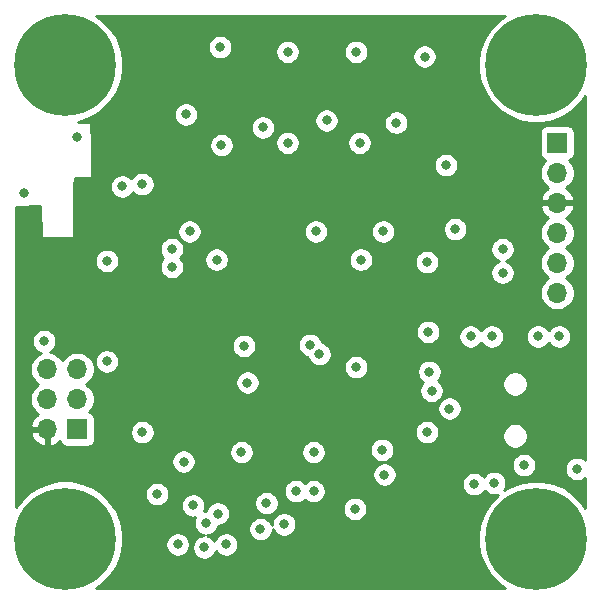
<source format=gbr>
%TF.GenerationSoftware,KiCad,Pcbnew,(5.1.6)-1*%
%TF.CreationDate,2020-07-28T23:07:53-07:00*%
%TF.ProjectId,Atmel,41746d65-6c2e-46b6-9963-61645f706362,rev?*%
%TF.SameCoordinates,Original*%
%TF.FileFunction,Copper,L3,Inr*%
%TF.FilePolarity,Positive*%
%FSLAX46Y46*%
G04 Gerber Fmt 4.6, Leading zero omitted, Abs format (unit mm)*
G04 Created by KiCad (PCBNEW (5.1.6)-1) date 2020-07-28 23:07:53*
%MOMM*%
%LPD*%
G01*
G04 APERTURE LIST*
%TA.AperFunction,ViaPad*%
%ADD10C,8.600000*%
%TD*%
%TA.AperFunction,ViaPad*%
%ADD11C,0.900000*%
%TD*%
%TA.AperFunction,ViaPad*%
%ADD12R,1.700000X1.700000*%
%TD*%
%TA.AperFunction,ViaPad*%
%ADD13O,1.700000X1.700000*%
%TD*%
%TA.AperFunction,ViaPad*%
%ADD14C,0.800000*%
%TD*%
%TA.AperFunction,Conductor*%
%ADD15C,0.254000*%
%TD*%
G04 APERTURE END LIST*
D10*
%TO.N,GND*%
%TO.C,H4*%
X69850000Y-113030000D03*
D11*
X73075000Y-113030000D03*
X72130419Y-115310419D03*
X69850000Y-116255000D03*
X67569581Y-115310419D03*
X66625000Y-113030000D03*
X67569581Y-110749581D03*
X69850000Y-109805000D03*
X72130419Y-110749581D03*
%TD*%
%TO.N,GND*%
%TO.C,H1*%
X32252419Y-70617581D03*
X29972000Y-69673000D03*
X27691581Y-70617581D03*
X26747000Y-72898000D03*
X27691581Y-75178419D03*
X29972000Y-76123000D03*
X32252419Y-75178419D03*
X33197000Y-72898000D03*
D10*
X29972000Y-72898000D03*
%TD*%
%TO.N,GND*%
%TO.C,H2*%
X69850000Y-72898000D03*
D11*
X73075000Y-72898000D03*
X72130419Y-75178419D03*
X69850000Y-76123000D03*
X67569581Y-75178419D03*
X66625000Y-72898000D03*
X67569581Y-70617581D03*
X69850000Y-69673000D03*
X72130419Y-70617581D03*
%TD*%
%TO.N,GND*%
%TO.C,H3*%
X32246838Y-110744000D03*
X29966419Y-109799419D03*
X27686000Y-110744000D03*
X26741419Y-113024419D03*
X27686000Y-115304838D03*
X29966419Y-116249419D03*
X32246838Y-115304838D03*
X33191419Y-113024419D03*
D10*
X29966419Y-113024419D03*
%TD*%
D12*
%TO.N,MISO*%
%TO.C,J1*%
X31000000Y-103750000D03*
D13*
%TO.N,+5V*%
X28460000Y-103750000D03*
%TO.N,SCK*%
X31000000Y-101210000D03*
%TO.N,MOSI*%
X28460000Y-101210000D03*
%TO.N,Reset*%
X31000000Y-98670000D03*
%TO.N,GND*%
X28460000Y-98670000D03*
%TD*%
D12*
%TO.N,GND*%
%TO.C,J2*%
X71628000Y-79500000D03*
D13*
%TO.N,Net-(J2-Pad2)*%
X71628000Y-82040000D03*
%TO.N,+5V*%
X71628000Y-84580000D03*
%TO.N,TXD*%
X71628000Y-87120000D03*
%TO.N,RXD*%
X71628000Y-89660000D03*
%TO.N,Net-(J2-Pad6)*%
X71628000Y-92200000D03*
%TD*%
D14*
%TO.N,Net-(J3-Pad2)*%
X51000000Y-109000000D03*
%TO.N,Net-(C21-Pad1)*%
X47000000Y-110000000D03*
%TO.N,TXD*%
X39000000Y-88500000D03*
%TO.N,RXD*%
X39000000Y-90000000D03*
%TO.N,Reset*%
X33500000Y-98000000D03*
X33500000Y-89500000D03*
X36500000Y-83000000D03*
%TO.N,Net-(R3-Pad2)*%
X37750000Y-109250000D03*
%TO.N,Net-(R2-Pad2)*%
X39500000Y-113500000D03*
%TO.N,GND*%
X26500000Y-83750000D03*
X31000000Y-79000000D03*
%TO.N,+5V*%
X30500000Y-88700000D03*
X29800000Y-92800000D03*
%TO.N,GND*%
X28200000Y-96300000D03*
X34800000Y-83200000D03*
%TO.N,+5V*%
X41800000Y-73200000D03*
%TO.N,GND*%
X43100000Y-71400000D03*
X40200000Y-77100000D03*
X43200000Y-79700000D03*
X48800000Y-71800000D03*
%TO.N,+5V*%
X45900000Y-77000000D03*
%TO.N,GND*%
X54600000Y-71800000D03*
X60400000Y-72200000D03*
%TO.N,+5V*%
X57200000Y-77000000D03*
X56700000Y-78100000D03*
%TO.N,GND*%
X62200000Y-81400000D03*
X54900000Y-79500000D03*
X52100000Y-77600000D03*
X48800000Y-79500000D03*
X46700000Y-78200000D03*
X40500000Y-87000000D03*
X51200000Y-87000000D03*
%TO.N,+5V*%
X46300000Y-87300000D03*
X42497750Y-85502250D03*
X51600000Y-83300000D03*
%TO.N,GND*%
X56900000Y-87000000D03*
%TO.N,+5V*%
X45900000Y-94500000D03*
%TO.N,GND*%
X45100000Y-96700000D03*
X45400000Y-99800000D03*
%TO.N,+5V*%
X42800000Y-98000000D03*
%TO.N,GND*%
X55000000Y-89400000D03*
X63000000Y-86800000D03*
X60600000Y-89600000D03*
%TO.N,+5V*%
X40800000Y-102000000D03*
%TO.N,GND*%
X44900000Y-105700000D03*
X51000000Y-105700000D03*
X56800000Y-105500000D03*
X60600000Y-104000000D03*
%TO.N,+5V*%
X51700000Y-103500000D03*
X49300000Y-116400000D03*
%TO.N,GND*%
X43600000Y-113500000D03*
%TO.N,+5V*%
X51400000Y-116100000D03*
X58200000Y-87500000D03*
%TO.N,GND*%
X58000000Y-77800000D03*
X50700000Y-96600000D03*
X51500000Y-97400000D03*
%TO.N,+5V*%
X51700000Y-95000000D03*
%TO.N,GND*%
X54600000Y-98500000D03*
%TO.N,+5V*%
X60100000Y-94400000D03*
%TO.N,GND*%
X60700000Y-95500000D03*
X60800000Y-98900000D03*
X64300000Y-95900000D03*
X66100000Y-95900000D03*
X70000000Y-95900000D03*
X71800000Y-95900000D03*
X64600000Y-108400000D03*
X66300000Y-108300000D03*
X73300000Y-107100000D03*
X68800000Y-106800000D03*
%TO.N,+5V*%
X46300000Y-105000000D03*
X35700000Y-78100000D03*
%TO.N,GND*%
X57000000Y-107600000D03*
X40800000Y-110200000D03*
X46500000Y-112200000D03*
X42800000Y-89400000D03*
%TO.N,+5V*%
X58000000Y-106300000D03*
X44300000Y-110800000D03*
%TO.N,GND*%
X42900000Y-110900000D03*
%TO.N,Net-(R4-Pad2)*%
X41900000Y-111700000D03*
%TO.N,Net-(C21-Pad1)*%
X54500000Y-110500000D03*
%TO.N,TXD*%
X36500000Y-104000000D03*
X67000000Y-88500000D03*
%TO.N,RXD*%
X67000000Y-90500000D03*
%TO.N,Net-(J3-Pad2)*%
X62500000Y-102000000D03*
%TO.N,Net-(J3-Pad3)*%
X49500000Y-109000000D03*
X61000000Y-100500000D03*
%TO.N,Net-(R2-Pad2)*%
X40000000Y-106500000D03*
%TO.N,Net-(R3-Pad2)*%
X41750000Y-113750000D03*
%TO.N,Net-(R4-Pad2)*%
X48500000Y-111800000D03*
%TD*%
D15*
%TO.N,+5V*%
G36*
X67202093Y-68732001D02*
G01*
X66704121Y-69064735D01*
X66016735Y-69752121D01*
X65476660Y-70560401D01*
X65104650Y-71458514D01*
X64915000Y-72411945D01*
X64915000Y-73384055D01*
X65104650Y-74337486D01*
X65476660Y-75235599D01*
X66016735Y-76043879D01*
X66704121Y-76731265D01*
X67512401Y-77271340D01*
X68410514Y-77643350D01*
X69363945Y-77833000D01*
X70336055Y-77833000D01*
X71289486Y-77643350D01*
X72187599Y-77271340D01*
X72995879Y-76731265D01*
X73683265Y-76043879D01*
X74016479Y-75545188D01*
X74021576Y-106357865D01*
X73959774Y-106296063D01*
X73790256Y-106182795D01*
X73601898Y-106104774D01*
X73401939Y-106065000D01*
X73198061Y-106065000D01*
X72998102Y-106104774D01*
X72809744Y-106182795D01*
X72640226Y-106296063D01*
X72496063Y-106440226D01*
X72382795Y-106609744D01*
X72304774Y-106798102D01*
X72265000Y-106998061D01*
X72265000Y-107201939D01*
X72304774Y-107401898D01*
X72382795Y-107590256D01*
X72496063Y-107759774D01*
X72640226Y-107903937D01*
X72809744Y-108017205D01*
X72998102Y-108095226D01*
X73198061Y-108135000D01*
X73401939Y-108135000D01*
X73601898Y-108095226D01*
X73790256Y-108017205D01*
X73959774Y-107903937D01*
X74021821Y-107841890D01*
X74022243Y-110391438D01*
X73683265Y-109884121D01*
X72995879Y-109196735D01*
X72187599Y-108656660D01*
X71289486Y-108284650D01*
X70336055Y-108095000D01*
X69363945Y-108095000D01*
X68410514Y-108284650D01*
X67512401Y-108656660D01*
X67140376Y-108905239D01*
X67217205Y-108790256D01*
X67295226Y-108601898D01*
X67335000Y-108401939D01*
X67335000Y-108198061D01*
X67295226Y-107998102D01*
X67217205Y-107809744D01*
X67103937Y-107640226D01*
X66959774Y-107496063D01*
X66790256Y-107382795D01*
X66601898Y-107304774D01*
X66401939Y-107265000D01*
X66198061Y-107265000D01*
X65998102Y-107304774D01*
X65809744Y-107382795D01*
X65640226Y-107496063D01*
X65496063Y-107640226D01*
X65416591Y-107759164D01*
X65403937Y-107740226D01*
X65259774Y-107596063D01*
X65090256Y-107482795D01*
X64901898Y-107404774D01*
X64701939Y-107365000D01*
X64498061Y-107365000D01*
X64298102Y-107404774D01*
X64109744Y-107482795D01*
X63940226Y-107596063D01*
X63796063Y-107740226D01*
X63682795Y-107909744D01*
X63604774Y-108098102D01*
X63565000Y-108298061D01*
X63565000Y-108501939D01*
X63604774Y-108701898D01*
X63682795Y-108890256D01*
X63796063Y-109059774D01*
X63940226Y-109203937D01*
X64109744Y-109317205D01*
X64298102Y-109395226D01*
X64498061Y-109435000D01*
X64701939Y-109435000D01*
X64901898Y-109395226D01*
X65090256Y-109317205D01*
X65259774Y-109203937D01*
X65403937Y-109059774D01*
X65483409Y-108940836D01*
X65496063Y-108959774D01*
X65640226Y-109103937D01*
X65809744Y-109217205D01*
X65998102Y-109295226D01*
X66198061Y-109335000D01*
X66401939Y-109335000D01*
X66601898Y-109295226D01*
X66608269Y-109292587D01*
X66016735Y-109884121D01*
X65476660Y-110692401D01*
X65104650Y-111590514D01*
X64915000Y-112543945D01*
X64915000Y-113516055D01*
X65104650Y-114469486D01*
X65476660Y-115367599D01*
X66016735Y-116175879D01*
X66704121Y-116863265D01*
X67202093Y-117195999D01*
X32605971Y-117196001D01*
X33112298Y-116857684D01*
X33799684Y-116170298D01*
X34339759Y-115362018D01*
X34711769Y-114463905D01*
X34901419Y-113510474D01*
X34901419Y-113398061D01*
X38465000Y-113398061D01*
X38465000Y-113601939D01*
X38504774Y-113801898D01*
X38582795Y-113990256D01*
X38696063Y-114159774D01*
X38840226Y-114303937D01*
X39009744Y-114417205D01*
X39198102Y-114495226D01*
X39398061Y-114535000D01*
X39601939Y-114535000D01*
X39801898Y-114495226D01*
X39990256Y-114417205D01*
X40159774Y-114303937D01*
X40303937Y-114159774D01*
X40417205Y-113990256D01*
X40495226Y-113801898D01*
X40535000Y-113601939D01*
X40535000Y-113398061D01*
X40495226Y-113198102D01*
X40417205Y-113009744D01*
X40303937Y-112840226D01*
X40159774Y-112696063D01*
X39990256Y-112582795D01*
X39801898Y-112504774D01*
X39601939Y-112465000D01*
X39398061Y-112465000D01*
X39198102Y-112504774D01*
X39009744Y-112582795D01*
X38840226Y-112696063D01*
X38696063Y-112840226D01*
X38582795Y-113009744D01*
X38504774Y-113198102D01*
X38465000Y-113398061D01*
X34901419Y-113398061D01*
X34901419Y-112538364D01*
X34711769Y-111584933D01*
X34339759Y-110686820D01*
X33799684Y-109878540D01*
X33112298Y-109191154D01*
X33047805Y-109148061D01*
X36715000Y-109148061D01*
X36715000Y-109351939D01*
X36754774Y-109551898D01*
X36832795Y-109740256D01*
X36946063Y-109909774D01*
X37090226Y-110053937D01*
X37259744Y-110167205D01*
X37448102Y-110245226D01*
X37648061Y-110285000D01*
X37851939Y-110285000D01*
X38051898Y-110245226D01*
X38240256Y-110167205D01*
X38343737Y-110098061D01*
X39765000Y-110098061D01*
X39765000Y-110301939D01*
X39804774Y-110501898D01*
X39882795Y-110690256D01*
X39996063Y-110859774D01*
X40140226Y-111003937D01*
X40309744Y-111117205D01*
X40498102Y-111195226D01*
X40698061Y-111235000D01*
X40901939Y-111235000D01*
X40978654Y-111219741D01*
X40904774Y-111398102D01*
X40865000Y-111598061D01*
X40865000Y-111801939D01*
X40904774Y-112001898D01*
X40982795Y-112190256D01*
X41096063Y-112359774D01*
X41240226Y-112503937D01*
X41409744Y-112617205D01*
X41598102Y-112695226D01*
X41697513Y-112715000D01*
X41648061Y-112715000D01*
X41448102Y-112754774D01*
X41259744Y-112832795D01*
X41090226Y-112946063D01*
X40946063Y-113090226D01*
X40832795Y-113259744D01*
X40754774Y-113448102D01*
X40715000Y-113648061D01*
X40715000Y-113851939D01*
X40754774Y-114051898D01*
X40832795Y-114240256D01*
X40946063Y-114409774D01*
X41090226Y-114553937D01*
X41259744Y-114667205D01*
X41448102Y-114745226D01*
X41648061Y-114785000D01*
X41851939Y-114785000D01*
X42051898Y-114745226D01*
X42240256Y-114667205D01*
X42409774Y-114553937D01*
X42553937Y-114409774D01*
X42667205Y-114240256D01*
X42737097Y-114071524D01*
X42796063Y-114159774D01*
X42940226Y-114303937D01*
X43109744Y-114417205D01*
X43298102Y-114495226D01*
X43498061Y-114535000D01*
X43701939Y-114535000D01*
X43901898Y-114495226D01*
X44090256Y-114417205D01*
X44259774Y-114303937D01*
X44403937Y-114159774D01*
X44517205Y-113990256D01*
X44595226Y-113801898D01*
X44635000Y-113601939D01*
X44635000Y-113398061D01*
X44595226Y-113198102D01*
X44517205Y-113009744D01*
X44403937Y-112840226D01*
X44259774Y-112696063D01*
X44090256Y-112582795D01*
X43901898Y-112504774D01*
X43701939Y-112465000D01*
X43498061Y-112465000D01*
X43298102Y-112504774D01*
X43109744Y-112582795D01*
X42940226Y-112696063D01*
X42796063Y-112840226D01*
X42682795Y-113009744D01*
X42612903Y-113178476D01*
X42553937Y-113090226D01*
X42409774Y-112946063D01*
X42240256Y-112832795D01*
X42051898Y-112754774D01*
X41952487Y-112735000D01*
X42001939Y-112735000D01*
X42201898Y-112695226D01*
X42390256Y-112617205D01*
X42559774Y-112503937D01*
X42703937Y-112359774D01*
X42817205Y-112190256D01*
X42855393Y-112098061D01*
X45465000Y-112098061D01*
X45465000Y-112301939D01*
X45504774Y-112501898D01*
X45582795Y-112690256D01*
X45696063Y-112859774D01*
X45840226Y-113003937D01*
X46009744Y-113117205D01*
X46198102Y-113195226D01*
X46398061Y-113235000D01*
X46601939Y-113235000D01*
X46801898Y-113195226D01*
X46990256Y-113117205D01*
X47159774Y-113003937D01*
X47303937Y-112859774D01*
X47417205Y-112690256D01*
X47495226Y-112501898D01*
X47535000Y-112301939D01*
X47535000Y-112174869D01*
X47582795Y-112290256D01*
X47696063Y-112459774D01*
X47840226Y-112603937D01*
X48009744Y-112717205D01*
X48198102Y-112795226D01*
X48398061Y-112835000D01*
X48601939Y-112835000D01*
X48801898Y-112795226D01*
X48990256Y-112717205D01*
X49159774Y-112603937D01*
X49303937Y-112459774D01*
X49417205Y-112290256D01*
X49495226Y-112101898D01*
X49535000Y-111901939D01*
X49535000Y-111698061D01*
X49495226Y-111498102D01*
X49417205Y-111309744D01*
X49303937Y-111140226D01*
X49159774Y-110996063D01*
X48990256Y-110882795D01*
X48801898Y-110804774D01*
X48601939Y-110765000D01*
X48398061Y-110765000D01*
X48198102Y-110804774D01*
X48009744Y-110882795D01*
X47840226Y-110996063D01*
X47696063Y-111140226D01*
X47582795Y-111309744D01*
X47504774Y-111498102D01*
X47465000Y-111698061D01*
X47465000Y-111825131D01*
X47417205Y-111709744D01*
X47303937Y-111540226D01*
X47159774Y-111396063D01*
X46990256Y-111282795D01*
X46801898Y-111204774D01*
X46601939Y-111165000D01*
X46398061Y-111165000D01*
X46198102Y-111204774D01*
X46009744Y-111282795D01*
X45840226Y-111396063D01*
X45696063Y-111540226D01*
X45582795Y-111709744D01*
X45504774Y-111898102D01*
X45465000Y-112098061D01*
X42855393Y-112098061D01*
X42895226Y-112001898D01*
X42908533Y-111935000D01*
X43001939Y-111935000D01*
X43201898Y-111895226D01*
X43390256Y-111817205D01*
X43559774Y-111703937D01*
X43703937Y-111559774D01*
X43817205Y-111390256D01*
X43895226Y-111201898D01*
X43935000Y-111001939D01*
X43935000Y-110798061D01*
X43895226Y-110598102D01*
X43817205Y-110409744D01*
X43703937Y-110240226D01*
X43559774Y-110096063D01*
X43390256Y-109982795D01*
X43201898Y-109904774D01*
X43168150Y-109898061D01*
X45965000Y-109898061D01*
X45965000Y-110101939D01*
X46004774Y-110301898D01*
X46082795Y-110490256D01*
X46196063Y-110659774D01*
X46340226Y-110803937D01*
X46509744Y-110917205D01*
X46698102Y-110995226D01*
X46898061Y-111035000D01*
X47101939Y-111035000D01*
X47301898Y-110995226D01*
X47490256Y-110917205D01*
X47659774Y-110803937D01*
X47803937Y-110659774D01*
X47917205Y-110490256D01*
X47955393Y-110398061D01*
X53465000Y-110398061D01*
X53465000Y-110601939D01*
X53504774Y-110801898D01*
X53582795Y-110990256D01*
X53696063Y-111159774D01*
X53840226Y-111303937D01*
X54009744Y-111417205D01*
X54198102Y-111495226D01*
X54398061Y-111535000D01*
X54601939Y-111535000D01*
X54801898Y-111495226D01*
X54990256Y-111417205D01*
X55159774Y-111303937D01*
X55303937Y-111159774D01*
X55417205Y-110990256D01*
X55495226Y-110801898D01*
X55535000Y-110601939D01*
X55535000Y-110398061D01*
X55495226Y-110198102D01*
X55417205Y-110009744D01*
X55303937Y-109840226D01*
X55159774Y-109696063D01*
X54990256Y-109582795D01*
X54801898Y-109504774D01*
X54601939Y-109465000D01*
X54398061Y-109465000D01*
X54198102Y-109504774D01*
X54009744Y-109582795D01*
X53840226Y-109696063D01*
X53696063Y-109840226D01*
X53582795Y-110009744D01*
X53504774Y-110198102D01*
X53465000Y-110398061D01*
X47955393Y-110398061D01*
X47995226Y-110301898D01*
X48035000Y-110101939D01*
X48035000Y-109898061D01*
X47995226Y-109698102D01*
X47917205Y-109509744D01*
X47803937Y-109340226D01*
X47659774Y-109196063D01*
X47490256Y-109082795D01*
X47301898Y-109004774D01*
X47101939Y-108965000D01*
X46898061Y-108965000D01*
X46698102Y-109004774D01*
X46509744Y-109082795D01*
X46340226Y-109196063D01*
X46196063Y-109340226D01*
X46082795Y-109509744D01*
X46004774Y-109698102D01*
X45965000Y-109898061D01*
X43168150Y-109898061D01*
X43001939Y-109865000D01*
X42798061Y-109865000D01*
X42598102Y-109904774D01*
X42409744Y-109982795D01*
X42240226Y-110096063D01*
X42096063Y-110240226D01*
X41982795Y-110409744D01*
X41904774Y-110598102D01*
X41891467Y-110665000D01*
X41798061Y-110665000D01*
X41721346Y-110680259D01*
X41795226Y-110501898D01*
X41835000Y-110301939D01*
X41835000Y-110098061D01*
X41795226Y-109898102D01*
X41717205Y-109709744D01*
X41603937Y-109540226D01*
X41459774Y-109396063D01*
X41290256Y-109282795D01*
X41101898Y-109204774D01*
X40901939Y-109165000D01*
X40698061Y-109165000D01*
X40498102Y-109204774D01*
X40309744Y-109282795D01*
X40140226Y-109396063D01*
X39996063Y-109540226D01*
X39882795Y-109709744D01*
X39804774Y-109898102D01*
X39765000Y-110098061D01*
X38343737Y-110098061D01*
X38409774Y-110053937D01*
X38553937Y-109909774D01*
X38667205Y-109740256D01*
X38745226Y-109551898D01*
X38785000Y-109351939D01*
X38785000Y-109148061D01*
X38745226Y-108948102D01*
X38724499Y-108898061D01*
X48465000Y-108898061D01*
X48465000Y-109101939D01*
X48504774Y-109301898D01*
X48582795Y-109490256D01*
X48696063Y-109659774D01*
X48840226Y-109803937D01*
X49009744Y-109917205D01*
X49198102Y-109995226D01*
X49398061Y-110035000D01*
X49601939Y-110035000D01*
X49801898Y-109995226D01*
X49990256Y-109917205D01*
X50159774Y-109803937D01*
X50250000Y-109713711D01*
X50340226Y-109803937D01*
X50509744Y-109917205D01*
X50698102Y-109995226D01*
X50898061Y-110035000D01*
X51101939Y-110035000D01*
X51301898Y-109995226D01*
X51490256Y-109917205D01*
X51659774Y-109803937D01*
X51803937Y-109659774D01*
X51917205Y-109490256D01*
X51995226Y-109301898D01*
X52035000Y-109101939D01*
X52035000Y-108898061D01*
X51995226Y-108698102D01*
X51917205Y-108509744D01*
X51803937Y-108340226D01*
X51659774Y-108196063D01*
X51490256Y-108082795D01*
X51301898Y-108004774D01*
X51101939Y-107965000D01*
X50898061Y-107965000D01*
X50698102Y-108004774D01*
X50509744Y-108082795D01*
X50340226Y-108196063D01*
X50250000Y-108286289D01*
X50159774Y-108196063D01*
X49990256Y-108082795D01*
X49801898Y-108004774D01*
X49601939Y-107965000D01*
X49398061Y-107965000D01*
X49198102Y-108004774D01*
X49009744Y-108082795D01*
X48840226Y-108196063D01*
X48696063Y-108340226D01*
X48582795Y-108509744D01*
X48504774Y-108698102D01*
X48465000Y-108898061D01*
X38724499Y-108898061D01*
X38667205Y-108759744D01*
X38553937Y-108590226D01*
X38409774Y-108446063D01*
X38240256Y-108332795D01*
X38051898Y-108254774D01*
X37851939Y-108215000D01*
X37648061Y-108215000D01*
X37448102Y-108254774D01*
X37259744Y-108332795D01*
X37090226Y-108446063D01*
X36946063Y-108590226D01*
X36832795Y-108759744D01*
X36754774Y-108948102D01*
X36715000Y-109148061D01*
X33047805Y-109148061D01*
X32304018Y-108651079D01*
X31405905Y-108279069D01*
X30452474Y-108089419D01*
X29480364Y-108089419D01*
X28526933Y-108279069D01*
X27628820Y-108651079D01*
X26820540Y-109191154D01*
X26133154Y-109878540D01*
X25806000Y-110368161D01*
X25806000Y-106398061D01*
X38965000Y-106398061D01*
X38965000Y-106601939D01*
X39004774Y-106801898D01*
X39082795Y-106990256D01*
X39196063Y-107159774D01*
X39340226Y-107303937D01*
X39509744Y-107417205D01*
X39698102Y-107495226D01*
X39898061Y-107535000D01*
X40101939Y-107535000D01*
X40287645Y-107498061D01*
X55965000Y-107498061D01*
X55965000Y-107701939D01*
X56004774Y-107901898D01*
X56082795Y-108090256D01*
X56196063Y-108259774D01*
X56340226Y-108403937D01*
X56509744Y-108517205D01*
X56698102Y-108595226D01*
X56898061Y-108635000D01*
X57101939Y-108635000D01*
X57301898Y-108595226D01*
X57490256Y-108517205D01*
X57659774Y-108403937D01*
X57803937Y-108259774D01*
X57917205Y-108090256D01*
X57995226Y-107901898D01*
X58035000Y-107701939D01*
X58035000Y-107498061D01*
X57995226Y-107298102D01*
X57917205Y-107109744D01*
X57803937Y-106940226D01*
X57659774Y-106796063D01*
X57513104Y-106698061D01*
X67765000Y-106698061D01*
X67765000Y-106901939D01*
X67804774Y-107101898D01*
X67882795Y-107290256D01*
X67996063Y-107459774D01*
X68140226Y-107603937D01*
X68309744Y-107717205D01*
X68498102Y-107795226D01*
X68698061Y-107835000D01*
X68901939Y-107835000D01*
X69101898Y-107795226D01*
X69290256Y-107717205D01*
X69459774Y-107603937D01*
X69603937Y-107459774D01*
X69717205Y-107290256D01*
X69795226Y-107101898D01*
X69835000Y-106901939D01*
X69835000Y-106698061D01*
X69795226Y-106498102D01*
X69717205Y-106309744D01*
X69603937Y-106140226D01*
X69459774Y-105996063D01*
X69290256Y-105882795D01*
X69101898Y-105804774D01*
X68901939Y-105765000D01*
X68698061Y-105765000D01*
X68498102Y-105804774D01*
X68309744Y-105882795D01*
X68140226Y-105996063D01*
X67996063Y-106140226D01*
X67882795Y-106309744D01*
X67804774Y-106498102D01*
X67765000Y-106698061D01*
X57513104Y-106698061D01*
X57490256Y-106682795D01*
X57301898Y-106604774D01*
X57101939Y-106565000D01*
X56898061Y-106565000D01*
X56698102Y-106604774D01*
X56509744Y-106682795D01*
X56340226Y-106796063D01*
X56196063Y-106940226D01*
X56082795Y-107109744D01*
X56004774Y-107298102D01*
X55965000Y-107498061D01*
X40287645Y-107498061D01*
X40301898Y-107495226D01*
X40490256Y-107417205D01*
X40659774Y-107303937D01*
X40803937Y-107159774D01*
X40917205Y-106990256D01*
X40995226Y-106801898D01*
X41035000Y-106601939D01*
X41035000Y-106398061D01*
X40995226Y-106198102D01*
X40917205Y-106009744D01*
X40803937Y-105840226D01*
X40659774Y-105696063D01*
X40513104Y-105598061D01*
X43865000Y-105598061D01*
X43865000Y-105801939D01*
X43904774Y-106001898D01*
X43982795Y-106190256D01*
X44096063Y-106359774D01*
X44240226Y-106503937D01*
X44409744Y-106617205D01*
X44598102Y-106695226D01*
X44798061Y-106735000D01*
X45001939Y-106735000D01*
X45201898Y-106695226D01*
X45390256Y-106617205D01*
X45559774Y-106503937D01*
X45703937Y-106359774D01*
X45817205Y-106190256D01*
X45895226Y-106001898D01*
X45935000Y-105801939D01*
X45935000Y-105598061D01*
X49965000Y-105598061D01*
X49965000Y-105801939D01*
X50004774Y-106001898D01*
X50082795Y-106190256D01*
X50196063Y-106359774D01*
X50340226Y-106503937D01*
X50509744Y-106617205D01*
X50698102Y-106695226D01*
X50898061Y-106735000D01*
X51101939Y-106735000D01*
X51301898Y-106695226D01*
X51490256Y-106617205D01*
X51659774Y-106503937D01*
X51803937Y-106359774D01*
X51917205Y-106190256D01*
X51995226Y-106001898D01*
X52035000Y-105801939D01*
X52035000Y-105598061D01*
X51995226Y-105398102D01*
X51995210Y-105398061D01*
X55765000Y-105398061D01*
X55765000Y-105601939D01*
X55804774Y-105801898D01*
X55882795Y-105990256D01*
X55996063Y-106159774D01*
X56140226Y-106303937D01*
X56309744Y-106417205D01*
X56498102Y-106495226D01*
X56698061Y-106535000D01*
X56901939Y-106535000D01*
X57101898Y-106495226D01*
X57290256Y-106417205D01*
X57459774Y-106303937D01*
X57603937Y-106159774D01*
X57717205Y-105990256D01*
X57795226Y-105801898D01*
X57835000Y-105601939D01*
X57835000Y-105398061D01*
X57795226Y-105198102D01*
X57717205Y-105009744D01*
X57603937Y-104840226D01*
X57459774Y-104696063D01*
X57290256Y-104582795D01*
X57101898Y-104504774D01*
X56901939Y-104465000D01*
X56698061Y-104465000D01*
X56498102Y-104504774D01*
X56309744Y-104582795D01*
X56140226Y-104696063D01*
X55996063Y-104840226D01*
X55882795Y-105009744D01*
X55804774Y-105198102D01*
X55765000Y-105398061D01*
X51995210Y-105398061D01*
X51917205Y-105209744D01*
X51803937Y-105040226D01*
X51659774Y-104896063D01*
X51490256Y-104782795D01*
X51301898Y-104704774D01*
X51101939Y-104665000D01*
X50898061Y-104665000D01*
X50698102Y-104704774D01*
X50509744Y-104782795D01*
X50340226Y-104896063D01*
X50196063Y-105040226D01*
X50082795Y-105209744D01*
X50004774Y-105398102D01*
X49965000Y-105598061D01*
X45935000Y-105598061D01*
X45895226Y-105398102D01*
X45817205Y-105209744D01*
X45703937Y-105040226D01*
X45559774Y-104896063D01*
X45390256Y-104782795D01*
X45201898Y-104704774D01*
X45001939Y-104665000D01*
X44798061Y-104665000D01*
X44598102Y-104704774D01*
X44409744Y-104782795D01*
X44240226Y-104896063D01*
X44096063Y-105040226D01*
X43982795Y-105209744D01*
X43904774Y-105398102D01*
X43865000Y-105598061D01*
X40513104Y-105598061D01*
X40490256Y-105582795D01*
X40301898Y-105504774D01*
X40101939Y-105465000D01*
X39898061Y-105465000D01*
X39698102Y-105504774D01*
X39509744Y-105582795D01*
X39340226Y-105696063D01*
X39196063Y-105840226D01*
X39082795Y-106009744D01*
X39004774Y-106198102D01*
X38965000Y-106398061D01*
X25806000Y-106398061D01*
X25806000Y-104106890D01*
X27018524Y-104106890D01*
X27063175Y-104254099D01*
X27188359Y-104516920D01*
X27362412Y-104750269D01*
X27578645Y-104945178D01*
X27828748Y-105094157D01*
X28103109Y-105191481D01*
X28333000Y-105070814D01*
X28333000Y-103877000D01*
X27139845Y-103877000D01*
X27018524Y-104106890D01*
X25806000Y-104106890D01*
X25806000Y-98523740D01*
X26975000Y-98523740D01*
X26975000Y-98816260D01*
X27032068Y-99103158D01*
X27144010Y-99373411D01*
X27306525Y-99616632D01*
X27513368Y-99823475D01*
X27687760Y-99940000D01*
X27513368Y-100056525D01*
X27306525Y-100263368D01*
X27144010Y-100506589D01*
X27032068Y-100776842D01*
X26975000Y-101063740D01*
X26975000Y-101356260D01*
X27032068Y-101643158D01*
X27144010Y-101913411D01*
X27306525Y-102156632D01*
X27513368Y-102363475D01*
X27695534Y-102485195D01*
X27578645Y-102554822D01*
X27362412Y-102749731D01*
X27188359Y-102983080D01*
X27063175Y-103245901D01*
X27018524Y-103393110D01*
X27139845Y-103623000D01*
X28333000Y-103623000D01*
X28333000Y-103603000D01*
X28587000Y-103603000D01*
X28587000Y-103623000D01*
X28607000Y-103623000D01*
X28607000Y-103877000D01*
X28587000Y-103877000D01*
X28587000Y-105070814D01*
X28816891Y-105191481D01*
X29091252Y-105094157D01*
X29341355Y-104945178D01*
X29537502Y-104768374D01*
X29560498Y-104844180D01*
X29619463Y-104954494D01*
X29698815Y-105051185D01*
X29795506Y-105130537D01*
X29905820Y-105189502D01*
X30025518Y-105225812D01*
X30150000Y-105238072D01*
X31850000Y-105238072D01*
X31974482Y-105225812D01*
X32094180Y-105189502D01*
X32204494Y-105130537D01*
X32301185Y-105051185D01*
X32380537Y-104954494D01*
X32439502Y-104844180D01*
X32475812Y-104724482D01*
X32488072Y-104600000D01*
X32488072Y-103898061D01*
X35465000Y-103898061D01*
X35465000Y-104101939D01*
X35504774Y-104301898D01*
X35582795Y-104490256D01*
X35696063Y-104659774D01*
X35840226Y-104803937D01*
X36009744Y-104917205D01*
X36198102Y-104995226D01*
X36398061Y-105035000D01*
X36601939Y-105035000D01*
X36801898Y-104995226D01*
X36990256Y-104917205D01*
X37159774Y-104803937D01*
X37303937Y-104659774D01*
X37417205Y-104490256D01*
X37495226Y-104301898D01*
X37535000Y-104101939D01*
X37535000Y-103898061D01*
X59565000Y-103898061D01*
X59565000Y-104101939D01*
X59604774Y-104301898D01*
X59682795Y-104490256D01*
X59796063Y-104659774D01*
X59940226Y-104803937D01*
X60109744Y-104917205D01*
X60298102Y-104995226D01*
X60498061Y-105035000D01*
X60701939Y-105035000D01*
X60901898Y-104995226D01*
X61090256Y-104917205D01*
X61259774Y-104803937D01*
X61403937Y-104659774D01*
X61517205Y-104490256D01*
X61595226Y-104301898D01*
X61615268Y-104201137D01*
X66987000Y-104201137D01*
X66987000Y-104414863D01*
X67028696Y-104624483D01*
X67110485Y-104821940D01*
X67229225Y-104999647D01*
X67380353Y-105150775D01*
X67558060Y-105269515D01*
X67755517Y-105351304D01*
X67965137Y-105393000D01*
X68178863Y-105393000D01*
X68388483Y-105351304D01*
X68585940Y-105269515D01*
X68763647Y-105150775D01*
X68914775Y-104999647D01*
X69033515Y-104821940D01*
X69115304Y-104624483D01*
X69157000Y-104414863D01*
X69157000Y-104201137D01*
X69115304Y-103991517D01*
X69033515Y-103794060D01*
X68914775Y-103616353D01*
X68763647Y-103465225D01*
X68585940Y-103346485D01*
X68388483Y-103264696D01*
X68178863Y-103223000D01*
X67965137Y-103223000D01*
X67755517Y-103264696D01*
X67558060Y-103346485D01*
X67380353Y-103465225D01*
X67229225Y-103616353D01*
X67110485Y-103794060D01*
X67028696Y-103991517D01*
X66987000Y-104201137D01*
X61615268Y-104201137D01*
X61635000Y-104101939D01*
X61635000Y-103898061D01*
X61595226Y-103698102D01*
X61517205Y-103509744D01*
X61403937Y-103340226D01*
X61259774Y-103196063D01*
X61090256Y-103082795D01*
X60901898Y-103004774D01*
X60701939Y-102965000D01*
X60498061Y-102965000D01*
X60298102Y-103004774D01*
X60109744Y-103082795D01*
X59940226Y-103196063D01*
X59796063Y-103340226D01*
X59682795Y-103509744D01*
X59604774Y-103698102D01*
X59565000Y-103898061D01*
X37535000Y-103898061D01*
X37495226Y-103698102D01*
X37417205Y-103509744D01*
X37303937Y-103340226D01*
X37159774Y-103196063D01*
X36990256Y-103082795D01*
X36801898Y-103004774D01*
X36601939Y-102965000D01*
X36398061Y-102965000D01*
X36198102Y-103004774D01*
X36009744Y-103082795D01*
X35840226Y-103196063D01*
X35696063Y-103340226D01*
X35582795Y-103509744D01*
X35504774Y-103698102D01*
X35465000Y-103898061D01*
X32488072Y-103898061D01*
X32488072Y-102900000D01*
X32475812Y-102775518D01*
X32439502Y-102655820D01*
X32380537Y-102545506D01*
X32301185Y-102448815D01*
X32204494Y-102369463D01*
X32094180Y-102310498D01*
X32021620Y-102288487D01*
X32153475Y-102156632D01*
X32315990Y-101913411D01*
X32322348Y-101898061D01*
X61465000Y-101898061D01*
X61465000Y-102101939D01*
X61504774Y-102301898D01*
X61582795Y-102490256D01*
X61696063Y-102659774D01*
X61840226Y-102803937D01*
X62009744Y-102917205D01*
X62198102Y-102995226D01*
X62398061Y-103035000D01*
X62601939Y-103035000D01*
X62801898Y-102995226D01*
X62990256Y-102917205D01*
X63159774Y-102803937D01*
X63303937Y-102659774D01*
X63417205Y-102490256D01*
X63495226Y-102301898D01*
X63535000Y-102101939D01*
X63535000Y-101898061D01*
X63495226Y-101698102D01*
X63417205Y-101509744D01*
X63303937Y-101340226D01*
X63159774Y-101196063D01*
X62990256Y-101082795D01*
X62801898Y-101004774D01*
X62601939Y-100965000D01*
X62398061Y-100965000D01*
X62198102Y-101004774D01*
X62009744Y-101082795D01*
X61840226Y-101196063D01*
X61696063Y-101340226D01*
X61582795Y-101509744D01*
X61504774Y-101698102D01*
X61465000Y-101898061D01*
X32322348Y-101898061D01*
X32427932Y-101643158D01*
X32485000Y-101356260D01*
X32485000Y-101063740D01*
X32427932Y-100776842D01*
X32315990Y-100506589D01*
X32153475Y-100263368D01*
X31946632Y-100056525D01*
X31772240Y-99940000D01*
X31946632Y-99823475D01*
X32072046Y-99698061D01*
X44365000Y-99698061D01*
X44365000Y-99901939D01*
X44404774Y-100101898D01*
X44482795Y-100290256D01*
X44596063Y-100459774D01*
X44740226Y-100603937D01*
X44909744Y-100717205D01*
X45098102Y-100795226D01*
X45298061Y-100835000D01*
X45501939Y-100835000D01*
X45701898Y-100795226D01*
X45890256Y-100717205D01*
X46059774Y-100603937D01*
X46203937Y-100459774D01*
X46317205Y-100290256D01*
X46395226Y-100101898D01*
X46435000Y-99901939D01*
X46435000Y-99698061D01*
X46395226Y-99498102D01*
X46317205Y-99309744D01*
X46203937Y-99140226D01*
X46059774Y-98996063D01*
X45890256Y-98882795D01*
X45701898Y-98804774D01*
X45501939Y-98765000D01*
X45298061Y-98765000D01*
X45098102Y-98804774D01*
X44909744Y-98882795D01*
X44740226Y-98996063D01*
X44596063Y-99140226D01*
X44482795Y-99309744D01*
X44404774Y-99498102D01*
X44365000Y-99698061D01*
X32072046Y-99698061D01*
X32153475Y-99616632D01*
X32315990Y-99373411D01*
X32427932Y-99103158D01*
X32485000Y-98816260D01*
X32485000Y-98523740D01*
X32427932Y-98236842D01*
X32315990Y-97966589D01*
X32270202Y-97898061D01*
X32465000Y-97898061D01*
X32465000Y-98101939D01*
X32504774Y-98301898D01*
X32582795Y-98490256D01*
X32696063Y-98659774D01*
X32840226Y-98803937D01*
X33009744Y-98917205D01*
X33198102Y-98995226D01*
X33398061Y-99035000D01*
X33601939Y-99035000D01*
X33801898Y-98995226D01*
X33990256Y-98917205D01*
X34159774Y-98803937D01*
X34303937Y-98659774D01*
X34417205Y-98490256D01*
X34495226Y-98301898D01*
X34535000Y-98101939D01*
X34535000Y-97898061D01*
X34495226Y-97698102D01*
X34417205Y-97509744D01*
X34303937Y-97340226D01*
X34159774Y-97196063D01*
X33990256Y-97082795D01*
X33801898Y-97004774D01*
X33601939Y-96965000D01*
X33398061Y-96965000D01*
X33198102Y-97004774D01*
X33009744Y-97082795D01*
X32840226Y-97196063D01*
X32696063Y-97340226D01*
X32582795Y-97509744D01*
X32504774Y-97698102D01*
X32465000Y-97898061D01*
X32270202Y-97898061D01*
X32153475Y-97723368D01*
X31946632Y-97516525D01*
X31703411Y-97354010D01*
X31433158Y-97242068D01*
X31146260Y-97185000D01*
X30853740Y-97185000D01*
X30566842Y-97242068D01*
X30296589Y-97354010D01*
X30053368Y-97516525D01*
X29846525Y-97723368D01*
X29730000Y-97897760D01*
X29613475Y-97723368D01*
X29406632Y-97516525D01*
X29163411Y-97354010D01*
X28893158Y-97242068D01*
X28708128Y-97205263D01*
X28859774Y-97103937D01*
X29003937Y-96959774D01*
X29117205Y-96790256D01*
X29195226Y-96601898D01*
X29195989Y-96598061D01*
X44065000Y-96598061D01*
X44065000Y-96801939D01*
X44104774Y-97001898D01*
X44182795Y-97190256D01*
X44296063Y-97359774D01*
X44440226Y-97503937D01*
X44609744Y-97617205D01*
X44798102Y-97695226D01*
X44998061Y-97735000D01*
X45201939Y-97735000D01*
X45401898Y-97695226D01*
X45590256Y-97617205D01*
X45759774Y-97503937D01*
X45903937Y-97359774D01*
X46017205Y-97190256D01*
X46095226Y-97001898D01*
X46135000Y-96801939D01*
X46135000Y-96598061D01*
X46115109Y-96498061D01*
X49665000Y-96498061D01*
X49665000Y-96701939D01*
X49704774Y-96901898D01*
X49782795Y-97090256D01*
X49896063Y-97259774D01*
X50040226Y-97403937D01*
X50209744Y-97517205D01*
X50398102Y-97595226D01*
X50487076Y-97612924D01*
X50504774Y-97701898D01*
X50582795Y-97890256D01*
X50696063Y-98059774D01*
X50840226Y-98203937D01*
X51009744Y-98317205D01*
X51198102Y-98395226D01*
X51398061Y-98435000D01*
X51601939Y-98435000D01*
X51787645Y-98398061D01*
X53565000Y-98398061D01*
X53565000Y-98601939D01*
X53604774Y-98801898D01*
X53682795Y-98990256D01*
X53796063Y-99159774D01*
X53940226Y-99303937D01*
X54109744Y-99417205D01*
X54298102Y-99495226D01*
X54498061Y-99535000D01*
X54701939Y-99535000D01*
X54901898Y-99495226D01*
X55090256Y-99417205D01*
X55259774Y-99303937D01*
X55403937Y-99159774D01*
X55517205Y-98990256D01*
X55595226Y-98801898D01*
X55595989Y-98798061D01*
X59765000Y-98798061D01*
X59765000Y-99001939D01*
X59804774Y-99201898D01*
X59882795Y-99390256D01*
X59996063Y-99559774D01*
X60140226Y-99703937D01*
X60255397Y-99780892D01*
X60196063Y-99840226D01*
X60082795Y-100009744D01*
X60004774Y-100198102D01*
X59965000Y-100398061D01*
X59965000Y-100601939D01*
X60004774Y-100801898D01*
X60082795Y-100990256D01*
X60196063Y-101159774D01*
X60340226Y-101303937D01*
X60509744Y-101417205D01*
X60698102Y-101495226D01*
X60898061Y-101535000D01*
X61101939Y-101535000D01*
X61301898Y-101495226D01*
X61490256Y-101417205D01*
X61659774Y-101303937D01*
X61803937Y-101159774D01*
X61917205Y-100990256D01*
X61995226Y-100801898D01*
X62035000Y-100601939D01*
X62035000Y-100398061D01*
X61995226Y-100198102D01*
X61917205Y-100009744D01*
X61803937Y-99840226D01*
X61764848Y-99801137D01*
X66987000Y-99801137D01*
X66987000Y-100014863D01*
X67028696Y-100224483D01*
X67110485Y-100421940D01*
X67229225Y-100599647D01*
X67380353Y-100750775D01*
X67558060Y-100869515D01*
X67755517Y-100951304D01*
X67965137Y-100993000D01*
X68178863Y-100993000D01*
X68388483Y-100951304D01*
X68585940Y-100869515D01*
X68763647Y-100750775D01*
X68914775Y-100599647D01*
X69033515Y-100421940D01*
X69115304Y-100224483D01*
X69157000Y-100014863D01*
X69157000Y-99801137D01*
X69115304Y-99591517D01*
X69033515Y-99394060D01*
X68914775Y-99216353D01*
X68763647Y-99065225D01*
X68585940Y-98946485D01*
X68388483Y-98864696D01*
X68178863Y-98823000D01*
X67965137Y-98823000D01*
X67755517Y-98864696D01*
X67558060Y-98946485D01*
X67380353Y-99065225D01*
X67229225Y-99216353D01*
X67110485Y-99394060D01*
X67028696Y-99591517D01*
X66987000Y-99801137D01*
X61764848Y-99801137D01*
X61659774Y-99696063D01*
X61544603Y-99619108D01*
X61603937Y-99559774D01*
X61717205Y-99390256D01*
X61795226Y-99201898D01*
X61835000Y-99001939D01*
X61835000Y-98798061D01*
X61795226Y-98598102D01*
X61717205Y-98409744D01*
X61603937Y-98240226D01*
X61459774Y-98096063D01*
X61290256Y-97982795D01*
X61101898Y-97904774D01*
X60901939Y-97865000D01*
X60698061Y-97865000D01*
X60498102Y-97904774D01*
X60309744Y-97982795D01*
X60140226Y-98096063D01*
X59996063Y-98240226D01*
X59882795Y-98409744D01*
X59804774Y-98598102D01*
X59765000Y-98798061D01*
X55595989Y-98798061D01*
X55635000Y-98601939D01*
X55635000Y-98398061D01*
X55595226Y-98198102D01*
X55517205Y-98009744D01*
X55403937Y-97840226D01*
X55259774Y-97696063D01*
X55090256Y-97582795D01*
X54901898Y-97504774D01*
X54701939Y-97465000D01*
X54498061Y-97465000D01*
X54298102Y-97504774D01*
X54109744Y-97582795D01*
X53940226Y-97696063D01*
X53796063Y-97840226D01*
X53682795Y-98009744D01*
X53604774Y-98198102D01*
X53565000Y-98398061D01*
X51787645Y-98398061D01*
X51801898Y-98395226D01*
X51990256Y-98317205D01*
X52159774Y-98203937D01*
X52303937Y-98059774D01*
X52417205Y-97890256D01*
X52495226Y-97701898D01*
X52535000Y-97501939D01*
X52535000Y-97298061D01*
X52495226Y-97098102D01*
X52417205Y-96909744D01*
X52303937Y-96740226D01*
X52159774Y-96596063D01*
X51990256Y-96482795D01*
X51801898Y-96404774D01*
X51712924Y-96387076D01*
X51695226Y-96298102D01*
X51617205Y-96109744D01*
X51503937Y-95940226D01*
X51359774Y-95796063D01*
X51190256Y-95682795D01*
X51001898Y-95604774D01*
X50801939Y-95565000D01*
X50598061Y-95565000D01*
X50398102Y-95604774D01*
X50209744Y-95682795D01*
X50040226Y-95796063D01*
X49896063Y-95940226D01*
X49782795Y-96109744D01*
X49704774Y-96298102D01*
X49665000Y-96498061D01*
X46115109Y-96498061D01*
X46095226Y-96398102D01*
X46017205Y-96209744D01*
X45903937Y-96040226D01*
X45759774Y-95896063D01*
X45590256Y-95782795D01*
X45401898Y-95704774D01*
X45201939Y-95665000D01*
X44998061Y-95665000D01*
X44798102Y-95704774D01*
X44609744Y-95782795D01*
X44440226Y-95896063D01*
X44296063Y-96040226D01*
X44182795Y-96209744D01*
X44104774Y-96398102D01*
X44065000Y-96598061D01*
X29195989Y-96598061D01*
X29235000Y-96401939D01*
X29235000Y-96198061D01*
X29195226Y-95998102D01*
X29117205Y-95809744D01*
X29003937Y-95640226D01*
X28859774Y-95496063D01*
X28713104Y-95398061D01*
X59665000Y-95398061D01*
X59665000Y-95601939D01*
X59704774Y-95801898D01*
X59782795Y-95990256D01*
X59896063Y-96159774D01*
X60040226Y-96303937D01*
X60209744Y-96417205D01*
X60398102Y-96495226D01*
X60598061Y-96535000D01*
X60801939Y-96535000D01*
X61001898Y-96495226D01*
X61190256Y-96417205D01*
X61359774Y-96303937D01*
X61503937Y-96159774D01*
X61617205Y-95990256D01*
X61695226Y-95801898D01*
X61695989Y-95798061D01*
X63265000Y-95798061D01*
X63265000Y-96001939D01*
X63304774Y-96201898D01*
X63382795Y-96390256D01*
X63496063Y-96559774D01*
X63640226Y-96703937D01*
X63809744Y-96817205D01*
X63998102Y-96895226D01*
X64198061Y-96935000D01*
X64401939Y-96935000D01*
X64601898Y-96895226D01*
X64790256Y-96817205D01*
X64959774Y-96703937D01*
X65103937Y-96559774D01*
X65200000Y-96416005D01*
X65296063Y-96559774D01*
X65440226Y-96703937D01*
X65609744Y-96817205D01*
X65798102Y-96895226D01*
X65998061Y-96935000D01*
X66201939Y-96935000D01*
X66401898Y-96895226D01*
X66590256Y-96817205D01*
X66759774Y-96703937D01*
X66903937Y-96559774D01*
X67017205Y-96390256D01*
X67095226Y-96201898D01*
X67135000Y-96001939D01*
X67135000Y-95798061D01*
X68965000Y-95798061D01*
X68965000Y-96001939D01*
X69004774Y-96201898D01*
X69082795Y-96390256D01*
X69196063Y-96559774D01*
X69340226Y-96703937D01*
X69509744Y-96817205D01*
X69698102Y-96895226D01*
X69898061Y-96935000D01*
X70101939Y-96935000D01*
X70301898Y-96895226D01*
X70490256Y-96817205D01*
X70659774Y-96703937D01*
X70803937Y-96559774D01*
X70900000Y-96416005D01*
X70996063Y-96559774D01*
X71140226Y-96703937D01*
X71309744Y-96817205D01*
X71498102Y-96895226D01*
X71698061Y-96935000D01*
X71901939Y-96935000D01*
X72101898Y-96895226D01*
X72290256Y-96817205D01*
X72459774Y-96703937D01*
X72603937Y-96559774D01*
X72717205Y-96390256D01*
X72795226Y-96201898D01*
X72835000Y-96001939D01*
X72835000Y-95798061D01*
X72795226Y-95598102D01*
X72717205Y-95409744D01*
X72603937Y-95240226D01*
X72459774Y-95096063D01*
X72290256Y-94982795D01*
X72101898Y-94904774D01*
X71901939Y-94865000D01*
X71698061Y-94865000D01*
X71498102Y-94904774D01*
X71309744Y-94982795D01*
X71140226Y-95096063D01*
X70996063Y-95240226D01*
X70900000Y-95383995D01*
X70803937Y-95240226D01*
X70659774Y-95096063D01*
X70490256Y-94982795D01*
X70301898Y-94904774D01*
X70101939Y-94865000D01*
X69898061Y-94865000D01*
X69698102Y-94904774D01*
X69509744Y-94982795D01*
X69340226Y-95096063D01*
X69196063Y-95240226D01*
X69082795Y-95409744D01*
X69004774Y-95598102D01*
X68965000Y-95798061D01*
X67135000Y-95798061D01*
X67095226Y-95598102D01*
X67017205Y-95409744D01*
X66903937Y-95240226D01*
X66759774Y-95096063D01*
X66590256Y-94982795D01*
X66401898Y-94904774D01*
X66201939Y-94865000D01*
X65998061Y-94865000D01*
X65798102Y-94904774D01*
X65609744Y-94982795D01*
X65440226Y-95096063D01*
X65296063Y-95240226D01*
X65200000Y-95383995D01*
X65103937Y-95240226D01*
X64959774Y-95096063D01*
X64790256Y-94982795D01*
X64601898Y-94904774D01*
X64401939Y-94865000D01*
X64198061Y-94865000D01*
X63998102Y-94904774D01*
X63809744Y-94982795D01*
X63640226Y-95096063D01*
X63496063Y-95240226D01*
X63382795Y-95409744D01*
X63304774Y-95598102D01*
X63265000Y-95798061D01*
X61695989Y-95798061D01*
X61735000Y-95601939D01*
X61735000Y-95398061D01*
X61695226Y-95198102D01*
X61617205Y-95009744D01*
X61503937Y-94840226D01*
X61359774Y-94696063D01*
X61190256Y-94582795D01*
X61001898Y-94504774D01*
X60801939Y-94465000D01*
X60598061Y-94465000D01*
X60398102Y-94504774D01*
X60209744Y-94582795D01*
X60040226Y-94696063D01*
X59896063Y-94840226D01*
X59782795Y-95009744D01*
X59704774Y-95198102D01*
X59665000Y-95398061D01*
X28713104Y-95398061D01*
X28690256Y-95382795D01*
X28501898Y-95304774D01*
X28301939Y-95265000D01*
X28098061Y-95265000D01*
X27898102Y-95304774D01*
X27709744Y-95382795D01*
X27540226Y-95496063D01*
X27396063Y-95640226D01*
X27282795Y-95809744D01*
X27204774Y-95998102D01*
X27165000Y-96198061D01*
X27165000Y-96401939D01*
X27204774Y-96601898D01*
X27282795Y-96790256D01*
X27396063Y-96959774D01*
X27540226Y-97103937D01*
X27709744Y-97217205D01*
X27898102Y-97295226D01*
X27898375Y-97295280D01*
X27756589Y-97354010D01*
X27513368Y-97516525D01*
X27306525Y-97723368D01*
X27144010Y-97966589D01*
X27032068Y-98236842D01*
X26975000Y-98523740D01*
X25806000Y-98523740D01*
X25806000Y-89398061D01*
X32465000Y-89398061D01*
X32465000Y-89601939D01*
X32504774Y-89801898D01*
X32582795Y-89990256D01*
X32696063Y-90159774D01*
X32840226Y-90303937D01*
X33009744Y-90417205D01*
X33198102Y-90495226D01*
X33398061Y-90535000D01*
X33601939Y-90535000D01*
X33801898Y-90495226D01*
X33990256Y-90417205D01*
X34159774Y-90303937D01*
X34303937Y-90159774D01*
X34417205Y-89990256D01*
X34495226Y-89801898D01*
X34535000Y-89601939D01*
X34535000Y-89398061D01*
X34495226Y-89198102D01*
X34417205Y-89009744D01*
X34303937Y-88840226D01*
X34159774Y-88696063D01*
X33990256Y-88582795D01*
X33801898Y-88504774D01*
X33601939Y-88465000D01*
X33398061Y-88465000D01*
X33198102Y-88504774D01*
X33009744Y-88582795D01*
X32840226Y-88696063D01*
X32696063Y-88840226D01*
X32582795Y-89009744D01*
X32504774Y-89198102D01*
X32465000Y-89398061D01*
X25806000Y-89398061D01*
X25806000Y-88398061D01*
X37965000Y-88398061D01*
X37965000Y-88601939D01*
X38004774Y-88801898D01*
X38082795Y-88990256D01*
X38196063Y-89159774D01*
X38286289Y-89250000D01*
X38196063Y-89340226D01*
X38082795Y-89509744D01*
X38004774Y-89698102D01*
X37965000Y-89898061D01*
X37965000Y-90101939D01*
X38004774Y-90301898D01*
X38082795Y-90490256D01*
X38196063Y-90659774D01*
X38340226Y-90803937D01*
X38509744Y-90917205D01*
X38698102Y-90995226D01*
X38898061Y-91035000D01*
X39101939Y-91035000D01*
X39301898Y-90995226D01*
X39490256Y-90917205D01*
X39659774Y-90803937D01*
X39803937Y-90659774D01*
X39917205Y-90490256D01*
X39995226Y-90301898D01*
X40035000Y-90101939D01*
X40035000Y-89898061D01*
X39995226Y-89698102D01*
X39917205Y-89509744D01*
X39803937Y-89340226D01*
X39761772Y-89298061D01*
X41765000Y-89298061D01*
X41765000Y-89501939D01*
X41804774Y-89701898D01*
X41882795Y-89890256D01*
X41996063Y-90059774D01*
X42140226Y-90203937D01*
X42309744Y-90317205D01*
X42498102Y-90395226D01*
X42698061Y-90435000D01*
X42901939Y-90435000D01*
X43101898Y-90395226D01*
X43290256Y-90317205D01*
X43459774Y-90203937D01*
X43603937Y-90059774D01*
X43717205Y-89890256D01*
X43795226Y-89701898D01*
X43835000Y-89501939D01*
X43835000Y-89298061D01*
X53965000Y-89298061D01*
X53965000Y-89501939D01*
X54004774Y-89701898D01*
X54082795Y-89890256D01*
X54196063Y-90059774D01*
X54340226Y-90203937D01*
X54509744Y-90317205D01*
X54698102Y-90395226D01*
X54898061Y-90435000D01*
X55101939Y-90435000D01*
X55301898Y-90395226D01*
X55490256Y-90317205D01*
X55659774Y-90203937D01*
X55803937Y-90059774D01*
X55917205Y-89890256D01*
X55995226Y-89701898D01*
X56035000Y-89501939D01*
X56035000Y-89498061D01*
X59565000Y-89498061D01*
X59565000Y-89701939D01*
X59604774Y-89901898D01*
X59682795Y-90090256D01*
X59796063Y-90259774D01*
X59940226Y-90403937D01*
X60109744Y-90517205D01*
X60298102Y-90595226D01*
X60498061Y-90635000D01*
X60701939Y-90635000D01*
X60901898Y-90595226D01*
X61090256Y-90517205D01*
X61259774Y-90403937D01*
X61403937Y-90259774D01*
X61517205Y-90090256D01*
X61595226Y-89901898D01*
X61635000Y-89701939D01*
X61635000Y-89498061D01*
X61595226Y-89298102D01*
X61517205Y-89109744D01*
X61403937Y-88940226D01*
X61259774Y-88796063D01*
X61090256Y-88682795D01*
X60901898Y-88604774D01*
X60701939Y-88565000D01*
X60498061Y-88565000D01*
X60298102Y-88604774D01*
X60109744Y-88682795D01*
X59940226Y-88796063D01*
X59796063Y-88940226D01*
X59682795Y-89109744D01*
X59604774Y-89298102D01*
X59565000Y-89498061D01*
X56035000Y-89498061D01*
X56035000Y-89298061D01*
X55995226Y-89098102D01*
X55917205Y-88909744D01*
X55803937Y-88740226D01*
X55659774Y-88596063D01*
X55490256Y-88482795D01*
X55301898Y-88404774D01*
X55268150Y-88398061D01*
X65965000Y-88398061D01*
X65965000Y-88601939D01*
X66004774Y-88801898D01*
X66082795Y-88990256D01*
X66196063Y-89159774D01*
X66340226Y-89303937D01*
X66509744Y-89417205D01*
X66698102Y-89495226D01*
X66722103Y-89500000D01*
X66698102Y-89504774D01*
X66509744Y-89582795D01*
X66340226Y-89696063D01*
X66196063Y-89840226D01*
X66082795Y-90009744D01*
X66004774Y-90198102D01*
X65965000Y-90398061D01*
X65965000Y-90601939D01*
X66004774Y-90801898D01*
X66082795Y-90990256D01*
X66196063Y-91159774D01*
X66340226Y-91303937D01*
X66509744Y-91417205D01*
X66698102Y-91495226D01*
X66898061Y-91535000D01*
X67101939Y-91535000D01*
X67301898Y-91495226D01*
X67490256Y-91417205D01*
X67659774Y-91303937D01*
X67803937Y-91159774D01*
X67917205Y-90990256D01*
X67995226Y-90801898D01*
X68035000Y-90601939D01*
X68035000Y-90398061D01*
X67995226Y-90198102D01*
X67917205Y-90009744D01*
X67803937Y-89840226D01*
X67659774Y-89696063D01*
X67490256Y-89582795D01*
X67301898Y-89504774D01*
X67277897Y-89500000D01*
X67301898Y-89495226D01*
X67490256Y-89417205D01*
X67659774Y-89303937D01*
X67803937Y-89159774D01*
X67917205Y-88990256D01*
X67995226Y-88801898D01*
X68035000Y-88601939D01*
X68035000Y-88398061D01*
X67995226Y-88198102D01*
X67917205Y-88009744D01*
X67803937Y-87840226D01*
X67659774Y-87696063D01*
X67490256Y-87582795D01*
X67301898Y-87504774D01*
X67101939Y-87465000D01*
X66898061Y-87465000D01*
X66698102Y-87504774D01*
X66509744Y-87582795D01*
X66340226Y-87696063D01*
X66196063Y-87840226D01*
X66082795Y-88009744D01*
X66004774Y-88198102D01*
X65965000Y-88398061D01*
X55268150Y-88398061D01*
X55101939Y-88365000D01*
X54898061Y-88365000D01*
X54698102Y-88404774D01*
X54509744Y-88482795D01*
X54340226Y-88596063D01*
X54196063Y-88740226D01*
X54082795Y-88909744D01*
X54004774Y-89098102D01*
X53965000Y-89298061D01*
X43835000Y-89298061D01*
X43795226Y-89098102D01*
X43717205Y-88909744D01*
X43603937Y-88740226D01*
X43459774Y-88596063D01*
X43290256Y-88482795D01*
X43101898Y-88404774D01*
X42901939Y-88365000D01*
X42698061Y-88365000D01*
X42498102Y-88404774D01*
X42309744Y-88482795D01*
X42140226Y-88596063D01*
X41996063Y-88740226D01*
X41882795Y-88909744D01*
X41804774Y-89098102D01*
X41765000Y-89298061D01*
X39761772Y-89298061D01*
X39713711Y-89250000D01*
X39803937Y-89159774D01*
X39917205Y-88990256D01*
X39995226Y-88801898D01*
X40035000Y-88601939D01*
X40035000Y-88398061D01*
X39995226Y-88198102D01*
X39917205Y-88009744D01*
X39803937Y-87840226D01*
X39659774Y-87696063D01*
X39490256Y-87582795D01*
X39301898Y-87504774D01*
X39101939Y-87465000D01*
X38898061Y-87465000D01*
X38698102Y-87504774D01*
X38509744Y-87582795D01*
X38340226Y-87696063D01*
X38196063Y-87840226D01*
X38082795Y-88009744D01*
X38004774Y-88198102D01*
X37965000Y-88398061D01*
X25806000Y-88398061D01*
X25806000Y-84900671D01*
X27842764Y-84886843D01*
X27906414Y-87447030D01*
X27909470Y-87471739D01*
X27917286Y-87495376D01*
X27929565Y-87517034D01*
X27945832Y-87535881D01*
X27965464Y-87551192D01*
X27987705Y-87562378D01*
X28011702Y-87569011D01*
X28034613Y-87570868D01*
X30561113Y-87546244D01*
X30585864Y-87543562D01*
X30609617Y-87536103D01*
X30631458Y-87524154D01*
X30650548Y-87508173D01*
X30666154Y-87488775D01*
X30677676Y-87466705D01*
X30684670Y-87442811D01*
X30686859Y-87421273D01*
X30695192Y-86898061D01*
X39465000Y-86898061D01*
X39465000Y-87101939D01*
X39504774Y-87301898D01*
X39582795Y-87490256D01*
X39696063Y-87659774D01*
X39840226Y-87803937D01*
X40009744Y-87917205D01*
X40198102Y-87995226D01*
X40398061Y-88035000D01*
X40601939Y-88035000D01*
X40801898Y-87995226D01*
X40990256Y-87917205D01*
X41159774Y-87803937D01*
X41303937Y-87659774D01*
X41417205Y-87490256D01*
X41495226Y-87301898D01*
X41535000Y-87101939D01*
X41535000Y-86898061D01*
X50165000Y-86898061D01*
X50165000Y-87101939D01*
X50204774Y-87301898D01*
X50282795Y-87490256D01*
X50396063Y-87659774D01*
X50540226Y-87803937D01*
X50709744Y-87917205D01*
X50898102Y-87995226D01*
X51098061Y-88035000D01*
X51301939Y-88035000D01*
X51501898Y-87995226D01*
X51690256Y-87917205D01*
X51859774Y-87803937D01*
X52003937Y-87659774D01*
X52117205Y-87490256D01*
X52195226Y-87301898D01*
X52235000Y-87101939D01*
X52235000Y-86898061D01*
X55865000Y-86898061D01*
X55865000Y-87101939D01*
X55904774Y-87301898D01*
X55982795Y-87490256D01*
X56096063Y-87659774D01*
X56240226Y-87803937D01*
X56409744Y-87917205D01*
X56598102Y-87995226D01*
X56798061Y-88035000D01*
X57001939Y-88035000D01*
X57201898Y-87995226D01*
X57390256Y-87917205D01*
X57559774Y-87803937D01*
X57703937Y-87659774D01*
X57817205Y-87490256D01*
X57895226Y-87301898D01*
X57935000Y-87101939D01*
X57935000Y-86898061D01*
X57895226Y-86698102D01*
X57895210Y-86698061D01*
X61965000Y-86698061D01*
X61965000Y-86901939D01*
X62004774Y-87101898D01*
X62082795Y-87290256D01*
X62196063Y-87459774D01*
X62340226Y-87603937D01*
X62509744Y-87717205D01*
X62698102Y-87795226D01*
X62898061Y-87835000D01*
X63101939Y-87835000D01*
X63301898Y-87795226D01*
X63490256Y-87717205D01*
X63659774Y-87603937D01*
X63803937Y-87459774D01*
X63917205Y-87290256D01*
X63995226Y-87101898D01*
X64020718Y-86973740D01*
X70143000Y-86973740D01*
X70143000Y-87266260D01*
X70200068Y-87553158D01*
X70312010Y-87823411D01*
X70474525Y-88066632D01*
X70681368Y-88273475D01*
X70855760Y-88390000D01*
X70681368Y-88506525D01*
X70474525Y-88713368D01*
X70312010Y-88956589D01*
X70200068Y-89226842D01*
X70143000Y-89513740D01*
X70143000Y-89806260D01*
X70200068Y-90093158D01*
X70312010Y-90363411D01*
X70474525Y-90606632D01*
X70681368Y-90813475D01*
X70855760Y-90930000D01*
X70681368Y-91046525D01*
X70474525Y-91253368D01*
X70312010Y-91496589D01*
X70200068Y-91766842D01*
X70143000Y-92053740D01*
X70143000Y-92346260D01*
X70200068Y-92633158D01*
X70312010Y-92903411D01*
X70474525Y-93146632D01*
X70681368Y-93353475D01*
X70924589Y-93515990D01*
X71194842Y-93627932D01*
X71481740Y-93685000D01*
X71774260Y-93685000D01*
X72061158Y-93627932D01*
X72331411Y-93515990D01*
X72574632Y-93353475D01*
X72781475Y-93146632D01*
X72943990Y-92903411D01*
X73055932Y-92633158D01*
X73113000Y-92346260D01*
X73113000Y-92053740D01*
X73055932Y-91766842D01*
X72943990Y-91496589D01*
X72781475Y-91253368D01*
X72574632Y-91046525D01*
X72400240Y-90930000D01*
X72574632Y-90813475D01*
X72781475Y-90606632D01*
X72943990Y-90363411D01*
X73055932Y-90093158D01*
X73113000Y-89806260D01*
X73113000Y-89513740D01*
X73055932Y-89226842D01*
X72943990Y-88956589D01*
X72781475Y-88713368D01*
X72574632Y-88506525D01*
X72400240Y-88390000D01*
X72574632Y-88273475D01*
X72781475Y-88066632D01*
X72943990Y-87823411D01*
X73055932Y-87553158D01*
X73113000Y-87266260D01*
X73113000Y-86973740D01*
X73055932Y-86686842D01*
X72943990Y-86416589D01*
X72781475Y-86173368D01*
X72574632Y-85966525D01*
X72392466Y-85844805D01*
X72509355Y-85775178D01*
X72725588Y-85580269D01*
X72899641Y-85346920D01*
X73024825Y-85084099D01*
X73069476Y-84936890D01*
X72948155Y-84707000D01*
X71755000Y-84707000D01*
X71755000Y-84727000D01*
X71501000Y-84727000D01*
X71501000Y-84707000D01*
X70307845Y-84707000D01*
X70186524Y-84936890D01*
X70231175Y-85084099D01*
X70356359Y-85346920D01*
X70530412Y-85580269D01*
X70746645Y-85775178D01*
X70863534Y-85844805D01*
X70681368Y-85966525D01*
X70474525Y-86173368D01*
X70312010Y-86416589D01*
X70200068Y-86686842D01*
X70143000Y-86973740D01*
X64020718Y-86973740D01*
X64035000Y-86901939D01*
X64035000Y-86698061D01*
X63995226Y-86498102D01*
X63917205Y-86309744D01*
X63803937Y-86140226D01*
X63659774Y-85996063D01*
X63490256Y-85882795D01*
X63301898Y-85804774D01*
X63101939Y-85765000D01*
X62898061Y-85765000D01*
X62698102Y-85804774D01*
X62509744Y-85882795D01*
X62340226Y-85996063D01*
X62196063Y-86140226D01*
X62082795Y-86309744D01*
X62004774Y-86498102D01*
X61965000Y-86698061D01*
X57895210Y-86698061D01*
X57817205Y-86509744D01*
X57703937Y-86340226D01*
X57559774Y-86196063D01*
X57390256Y-86082795D01*
X57201898Y-86004774D01*
X57001939Y-85965000D01*
X56798061Y-85965000D01*
X56598102Y-86004774D01*
X56409744Y-86082795D01*
X56240226Y-86196063D01*
X56096063Y-86340226D01*
X55982795Y-86509744D01*
X55904774Y-86698102D01*
X55865000Y-86898061D01*
X52235000Y-86898061D01*
X52195226Y-86698102D01*
X52117205Y-86509744D01*
X52003937Y-86340226D01*
X51859774Y-86196063D01*
X51690256Y-86082795D01*
X51501898Y-86004774D01*
X51301939Y-85965000D01*
X51098061Y-85965000D01*
X50898102Y-86004774D01*
X50709744Y-86082795D01*
X50540226Y-86196063D01*
X50396063Y-86340226D01*
X50282795Y-86509744D01*
X50204774Y-86698102D01*
X50165000Y-86898061D01*
X41535000Y-86898061D01*
X41495226Y-86698102D01*
X41417205Y-86509744D01*
X41303937Y-86340226D01*
X41159774Y-86196063D01*
X40990256Y-86082795D01*
X40801898Y-86004774D01*
X40601939Y-85965000D01*
X40398061Y-85965000D01*
X40198102Y-86004774D01*
X40009744Y-86082795D01*
X39840226Y-86196063D01*
X39696063Y-86340226D01*
X39582795Y-86509744D01*
X39504774Y-86698102D01*
X39465000Y-86898061D01*
X30695192Y-86898061D01*
X30755716Y-83098061D01*
X33765000Y-83098061D01*
X33765000Y-83301939D01*
X33804774Y-83501898D01*
X33882795Y-83690256D01*
X33996063Y-83859774D01*
X34140226Y-84003937D01*
X34309744Y-84117205D01*
X34498102Y-84195226D01*
X34698061Y-84235000D01*
X34901939Y-84235000D01*
X35101898Y-84195226D01*
X35290256Y-84117205D01*
X35459774Y-84003937D01*
X35603937Y-83859774D01*
X35717205Y-83690256D01*
X35719941Y-83683652D01*
X35840226Y-83803937D01*
X36009744Y-83917205D01*
X36198102Y-83995226D01*
X36398061Y-84035000D01*
X36601939Y-84035000D01*
X36801898Y-83995226D01*
X36990256Y-83917205D01*
X37159774Y-83803937D01*
X37303937Y-83659774D01*
X37417205Y-83490256D01*
X37495226Y-83301898D01*
X37535000Y-83101939D01*
X37535000Y-82898061D01*
X37495226Y-82698102D01*
X37417205Y-82509744D01*
X37303937Y-82340226D01*
X37159774Y-82196063D01*
X36990256Y-82082795D01*
X36801898Y-82004774D01*
X36601939Y-81965000D01*
X36398061Y-81965000D01*
X36198102Y-82004774D01*
X36009744Y-82082795D01*
X35840226Y-82196063D01*
X35696063Y-82340226D01*
X35582795Y-82509744D01*
X35580059Y-82516348D01*
X35459774Y-82396063D01*
X35290256Y-82282795D01*
X35101898Y-82204774D01*
X34901939Y-82165000D01*
X34698061Y-82165000D01*
X34498102Y-82204774D01*
X34309744Y-82282795D01*
X34140226Y-82396063D01*
X33996063Y-82540226D01*
X33882795Y-82709744D01*
X33804774Y-82898102D01*
X33765000Y-83098061D01*
X30755716Y-83098061D01*
X30765154Y-82505505D01*
X32135801Y-82480666D01*
X32160529Y-82477777D01*
X32184219Y-82470120D01*
X32205959Y-82457988D01*
X32224915Y-82441848D01*
X32240358Y-82422320D01*
X32251694Y-82400154D01*
X32258488Y-82376202D01*
X32260486Y-82351799D01*
X32244823Y-81298061D01*
X61165000Y-81298061D01*
X61165000Y-81501939D01*
X61204774Y-81701898D01*
X61282795Y-81890256D01*
X61396063Y-82059774D01*
X61540226Y-82203937D01*
X61709744Y-82317205D01*
X61898102Y-82395226D01*
X62098061Y-82435000D01*
X62301939Y-82435000D01*
X62501898Y-82395226D01*
X62690256Y-82317205D01*
X62859774Y-82203937D01*
X63003937Y-82059774D01*
X63117205Y-81890256D01*
X63195226Y-81701898D01*
X63235000Y-81501939D01*
X63235000Y-81298061D01*
X63195226Y-81098102D01*
X63117205Y-80909744D01*
X63003937Y-80740226D01*
X62859774Y-80596063D01*
X62690256Y-80482795D01*
X62501898Y-80404774D01*
X62301939Y-80365000D01*
X62098061Y-80365000D01*
X61898102Y-80404774D01*
X61709744Y-80482795D01*
X61540226Y-80596063D01*
X61396063Y-80740226D01*
X61282795Y-80909744D01*
X61204774Y-81098102D01*
X61165000Y-81298061D01*
X32244823Y-81298061D01*
X32219553Y-79598061D01*
X42165000Y-79598061D01*
X42165000Y-79801939D01*
X42204774Y-80001898D01*
X42282795Y-80190256D01*
X42396063Y-80359774D01*
X42540226Y-80503937D01*
X42709744Y-80617205D01*
X42898102Y-80695226D01*
X43098061Y-80735000D01*
X43301939Y-80735000D01*
X43501898Y-80695226D01*
X43690256Y-80617205D01*
X43859774Y-80503937D01*
X44003937Y-80359774D01*
X44117205Y-80190256D01*
X44195226Y-80001898D01*
X44235000Y-79801939D01*
X44235000Y-79598061D01*
X44195226Y-79398102D01*
X44195210Y-79398061D01*
X47765000Y-79398061D01*
X47765000Y-79601939D01*
X47804774Y-79801898D01*
X47882795Y-79990256D01*
X47996063Y-80159774D01*
X48140226Y-80303937D01*
X48309744Y-80417205D01*
X48498102Y-80495226D01*
X48698061Y-80535000D01*
X48901939Y-80535000D01*
X49101898Y-80495226D01*
X49290256Y-80417205D01*
X49459774Y-80303937D01*
X49603937Y-80159774D01*
X49717205Y-79990256D01*
X49795226Y-79801898D01*
X49835000Y-79601939D01*
X49835000Y-79398061D01*
X53865000Y-79398061D01*
X53865000Y-79601939D01*
X53904774Y-79801898D01*
X53982795Y-79990256D01*
X54096063Y-80159774D01*
X54240226Y-80303937D01*
X54409744Y-80417205D01*
X54598102Y-80495226D01*
X54798061Y-80535000D01*
X55001939Y-80535000D01*
X55201898Y-80495226D01*
X55390256Y-80417205D01*
X55559774Y-80303937D01*
X55703937Y-80159774D01*
X55817205Y-79990256D01*
X55895226Y-79801898D01*
X55935000Y-79601939D01*
X55935000Y-79398061D01*
X55895226Y-79198102D01*
X55817205Y-79009744D01*
X55703937Y-78840226D01*
X55559774Y-78696063D01*
X55390256Y-78582795D01*
X55201898Y-78504774D01*
X55001939Y-78465000D01*
X54798061Y-78465000D01*
X54598102Y-78504774D01*
X54409744Y-78582795D01*
X54240226Y-78696063D01*
X54096063Y-78840226D01*
X53982795Y-79009744D01*
X53904774Y-79198102D01*
X53865000Y-79398061D01*
X49835000Y-79398061D01*
X49795226Y-79198102D01*
X49717205Y-79009744D01*
X49603937Y-78840226D01*
X49459774Y-78696063D01*
X49290256Y-78582795D01*
X49101898Y-78504774D01*
X48901939Y-78465000D01*
X48698061Y-78465000D01*
X48498102Y-78504774D01*
X48309744Y-78582795D01*
X48140226Y-78696063D01*
X47996063Y-78840226D01*
X47882795Y-79009744D01*
X47804774Y-79198102D01*
X47765000Y-79398061D01*
X44195210Y-79398061D01*
X44117205Y-79209744D01*
X44003937Y-79040226D01*
X43859774Y-78896063D01*
X43690256Y-78782795D01*
X43501898Y-78704774D01*
X43301939Y-78665000D01*
X43098061Y-78665000D01*
X42898102Y-78704774D01*
X42709744Y-78782795D01*
X42540226Y-78896063D01*
X42396063Y-79040226D01*
X42282795Y-79209744D01*
X42204774Y-79398102D01*
X42165000Y-79598061D01*
X32219553Y-79598061D01*
X32193486Y-77844425D01*
X32190678Y-77819688D01*
X32183097Y-77795974D01*
X32171036Y-77774194D01*
X32154958Y-77755186D01*
X32135480Y-77739679D01*
X32113352Y-77728271D01*
X32089422Y-77721399D01*
X32067963Y-77719321D01*
X31086419Y-77708010D01*
X31411486Y-77643350D01*
X32309599Y-77271340D01*
X32718590Y-76998061D01*
X39165000Y-76998061D01*
X39165000Y-77201939D01*
X39204774Y-77401898D01*
X39282795Y-77590256D01*
X39396063Y-77759774D01*
X39540226Y-77903937D01*
X39709744Y-78017205D01*
X39898102Y-78095226D01*
X40098061Y-78135000D01*
X40301939Y-78135000D01*
X40487645Y-78098061D01*
X45665000Y-78098061D01*
X45665000Y-78301939D01*
X45704774Y-78501898D01*
X45782795Y-78690256D01*
X45896063Y-78859774D01*
X46040226Y-79003937D01*
X46209744Y-79117205D01*
X46398102Y-79195226D01*
X46598061Y-79235000D01*
X46801939Y-79235000D01*
X47001898Y-79195226D01*
X47190256Y-79117205D01*
X47359774Y-79003937D01*
X47503937Y-78859774D01*
X47617205Y-78690256D01*
X47695226Y-78501898D01*
X47735000Y-78301939D01*
X47735000Y-78098061D01*
X47695226Y-77898102D01*
X47617205Y-77709744D01*
X47503937Y-77540226D01*
X47461772Y-77498061D01*
X51065000Y-77498061D01*
X51065000Y-77701939D01*
X51104774Y-77901898D01*
X51182795Y-78090256D01*
X51296063Y-78259774D01*
X51440226Y-78403937D01*
X51609744Y-78517205D01*
X51798102Y-78595226D01*
X51998061Y-78635000D01*
X52201939Y-78635000D01*
X52401898Y-78595226D01*
X52590256Y-78517205D01*
X52759774Y-78403937D01*
X52903937Y-78259774D01*
X53017205Y-78090256D01*
X53095226Y-77901898D01*
X53135000Y-77701939D01*
X53135000Y-77698061D01*
X56965000Y-77698061D01*
X56965000Y-77901939D01*
X57004774Y-78101898D01*
X57082795Y-78290256D01*
X57196063Y-78459774D01*
X57340226Y-78603937D01*
X57509744Y-78717205D01*
X57698102Y-78795226D01*
X57898061Y-78835000D01*
X58101939Y-78835000D01*
X58301898Y-78795226D01*
X58490256Y-78717205D01*
X58590835Y-78650000D01*
X70139928Y-78650000D01*
X70139928Y-80350000D01*
X70152188Y-80474482D01*
X70188498Y-80594180D01*
X70247463Y-80704494D01*
X70326815Y-80801185D01*
X70423506Y-80880537D01*
X70533820Y-80939502D01*
X70606380Y-80961513D01*
X70474525Y-81093368D01*
X70312010Y-81336589D01*
X70200068Y-81606842D01*
X70143000Y-81893740D01*
X70143000Y-82186260D01*
X70200068Y-82473158D01*
X70312010Y-82743411D01*
X70474525Y-82986632D01*
X70681368Y-83193475D01*
X70863534Y-83315195D01*
X70746645Y-83384822D01*
X70530412Y-83579731D01*
X70356359Y-83813080D01*
X70231175Y-84075901D01*
X70186524Y-84223110D01*
X70307845Y-84453000D01*
X71501000Y-84453000D01*
X71501000Y-84433000D01*
X71755000Y-84433000D01*
X71755000Y-84453000D01*
X72948155Y-84453000D01*
X73069476Y-84223110D01*
X73024825Y-84075901D01*
X72899641Y-83813080D01*
X72725588Y-83579731D01*
X72509355Y-83384822D01*
X72392466Y-83315195D01*
X72574632Y-83193475D01*
X72781475Y-82986632D01*
X72943990Y-82743411D01*
X73055932Y-82473158D01*
X73113000Y-82186260D01*
X73113000Y-81893740D01*
X73055932Y-81606842D01*
X72943990Y-81336589D01*
X72781475Y-81093368D01*
X72649620Y-80961513D01*
X72722180Y-80939502D01*
X72832494Y-80880537D01*
X72929185Y-80801185D01*
X73008537Y-80704494D01*
X73067502Y-80594180D01*
X73103812Y-80474482D01*
X73116072Y-80350000D01*
X73116072Y-78650000D01*
X73103812Y-78525518D01*
X73067502Y-78405820D01*
X73008537Y-78295506D01*
X72929185Y-78198815D01*
X72832494Y-78119463D01*
X72722180Y-78060498D01*
X72602482Y-78024188D01*
X72478000Y-78011928D01*
X70778000Y-78011928D01*
X70653518Y-78024188D01*
X70533820Y-78060498D01*
X70423506Y-78119463D01*
X70326815Y-78198815D01*
X70247463Y-78295506D01*
X70188498Y-78405820D01*
X70152188Y-78525518D01*
X70139928Y-78650000D01*
X58590835Y-78650000D01*
X58659774Y-78603937D01*
X58803937Y-78459774D01*
X58917205Y-78290256D01*
X58995226Y-78101898D01*
X59035000Y-77901939D01*
X59035000Y-77698061D01*
X58995226Y-77498102D01*
X58917205Y-77309744D01*
X58803937Y-77140226D01*
X58659774Y-76996063D01*
X58490256Y-76882795D01*
X58301898Y-76804774D01*
X58101939Y-76765000D01*
X57898061Y-76765000D01*
X57698102Y-76804774D01*
X57509744Y-76882795D01*
X57340226Y-76996063D01*
X57196063Y-77140226D01*
X57082795Y-77309744D01*
X57004774Y-77498102D01*
X56965000Y-77698061D01*
X53135000Y-77698061D01*
X53135000Y-77498061D01*
X53095226Y-77298102D01*
X53017205Y-77109744D01*
X52903937Y-76940226D01*
X52759774Y-76796063D01*
X52590256Y-76682795D01*
X52401898Y-76604774D01*
X52201939Y-76565000D01*
X51998061Y-76565000D01*
X51798102Y-76604774D01*
X51609744Y-76682795D01*
X51440226Y-76796063D01*
X51296063Y-76940226D01*
X51182795Y-77109744D01*
X51104774Y-77298102D01*
X51065000Y-77498061D01*
X47461772Y-77498061D01*
X47359774Y-77396063D01*
X47190256Y-77282795D01*
X47001898Y-77204774D01*
X46801939Y-77165000D01*
X46598061Y-77165000D01*
X46398102Y-77204774D01*
X46209744Y-77282795D01*
X46040226Y-77396063D01*
X45896063Y-77540226D01*
X45782795Y-77709744D01*
X45704774Y-77898102D01*
X45665000Y-78098061D01*
X40487645Y-78098061D01*
X40501898Y-78095226D01*
X40690256Y-78017205D01*
X40859774Y-77903937D01*
X41003937Y-77759774D01*
X41117205Y-77590256D01*
X41195226Y-77401898D01*
X41235000Y-77201939D01*
X41235000Y-76998061D01*
X41195226Y-76798102D01*
X41117205Y-76609744D01*
X41003937Y-76440226D01*
X40859774Y-76296063D01*
X40690256Y-76182795D01*
X40501898Y-76104774D01*
X40301939Y-76065000D01*
X40098061Y-76065000D01*
X39898102Y-76104774D01*
X39709744Y-76182795D01*
X39540226Y-76296063D01*
X39396063Y-76440226D01*
X39282795Y-76609744D01*
X39204774Y-76798102D01*
X39165000Y-76998061D01*
X32718590Y-76998061D01*
X33117879Y-76731265D01*
X33805265Y-76043879D01*
X34345340Y-75235599D01*
X34717350Y-74337486D01*
X34907000Y-73384055D01*
X34907000Y-72411945D01*
X34717350Y-71458514D01*
X34650889Y-71298061D01*
X42065000Y-71298061D01*
X42065000Y-71501939D01*
X42104774Y-71701898D01*
X42182795Y-71890256D01*
X42296063Y-72059774D01*
X42440226Y-72203937D01*
X42609744Y-72317205D01*
X42798102Y-72395226D01*
X42998061Y-72435000D01*
X43201939Y-72435000D01*
X43401898Y-72395226D01*
X43590256Y-72317205D01*
X43759774Y-72203937D01*
X43903937Y-72059774D01*
X44017205Y-71890256D01*
X44095226Y-71701898D01*
X44095989Y-71698061D01*
X47765000Y-71698061D01*
X47765000Y-71901939D01*
X47804774Y-72101898D01*
X47882795Y-72290256D01*
X47996063Y-72459774D01*
X48140226Y-72603937D01*
X48309744Y-72717205D01*
X48498102Y-72795226D01*
X48698061Y-72835000D01*
X48901939Y-72835000D01*
X49101898Y-72795226D01*
X49290256Y-72717205D01*
X49459774Y-72603937D01*
X49603937Y-72459774D01*
X49717205Y-72290256D01*
X49795226Y-72101898D01*
X49835000Y-71901939D01*
X49835000Y-71698061D01*
X53565000Y-71698061D01*
X53565000Y-71901939D01*
X53604774Y-72101898D01*
X53682795Y-72290256D01*
X53796063Y-72459774D01*
X53940226Y-72603937D01*
X54109744Y-72717205D01*
X54298102Y-72795226D01*
X54498061Y-72835000D01*
X54701939Y-72835000D01*
X54901898Y-72795226D01*
X55090256Y-72717205D01*
X55259774Y-72603937D01*
X55403937Y-72459774D01*
X55517205Y-72290256D01*
X55595226Y-72101898D01*
X55595989Y-72098061D01*
X59365000Y-72098061D01*
X59365000Y-72301939D01*
X59404774Y-72501898D01*
X59482795Y-72690256D01*
X59596063Y-72859774D01*
X59740226Y-73003937D01*
X59909744Y-73117205D01*
X60098102Y-73195226D01*
X60298061Y-73235000D01*
X60501939Y-73235000D01*
X60701898Y-73195226D01*
X60890256Y-73117205D01*
X61059774Y-73003937D01*
X61203937Y-72859774D01*
X61317205Y-72690256D01*
X61395226Y-72501898D01*
X61435000Y-72301939D01*
X61435000Y-72098061D01*
X61395226Y-71898102D01*
X61317205Y-71709744D01*
X61203937Y-71540226D01*
X61059774Y-71396063D01*
X60890256Y-71282795D01*
X60701898Y-71204774D01*
X60501939Y-71165000D01*
X60298061Y-71165000D01*
X60098102Y-71204774D01*
X59909744Y-71282795D01*
X59740226Y-71396063D01*
X59596063Y-71540226D01*
X59482795Y-71709744D01*
X59404774Y-71898102D01*
X59365000Y-72098061D01*
X55595989Y-72098061D01*
X55635000Y-71901939D01*
X55635000Y-71698061D01*
X55595226Y-71498102D01*
X55517205Y-71309744D01*
X55403937Y-71140226D01*
X55259774Y-70996063D01*
X55090256Y-70882795D01*
X54901898Y-70804774D01*
X54701939Y-70765000D01*
X54498061Y-70765000D01*
X54298102Y-70804774D01*
X54109744Y-70882795D01*
X53940226Y-70996063D01*
X53796063Y-71140226D01*
X53682795Y-71309744D01*
X53604774Y-71498102D01*
X53565000Y-71698061D01*
X49835000Y-71698061D01*
X49795226Y-71498102D01*
X49717205Y-71309744D01*
X49603937Y-71140226D01*
X49459774Y-70996063D01*
X49290256Y-70882795D01*
X49101898Y-70804774D01*
X48901939Y-70765000D01*
X48698061Y-70765000D01*
X48498102Y-70804774D01*
X48309744Y-70882795D01*
X48140226Y-70996063D01*
X47996063Y-71140226D01*
X47882795Y-71309744D01*
X47804774Y-71498102D01*
X47765000Y-71698061D01*
X44095989Y-71698061D01*
X44135000Y-71501939D01*
X44135000Y-71298061D01*
X44095226Y-71098102D01*
X44017205Y-70909744D01*
X43903937Y-70740226D01*
X43759774Y-70596063D01*
X43590256Y-70482795D01*
X43401898Y-70404774D01*
X43201939Y-70365000D01*
X42998061Y-70365000D01*
X42798102Y-70404774D01*
X42609744Y-70482795D01*
X42440226Y-70596063D01*
X42296063Y-70740226D01*
X42182795Y-70909744D01*
X42104774Y-71098102D01*
X42065000Y-71298061D01*
X34650889Y-71298061D01*
X34345340Y-70560401D01*
X33805265Y-69752121D01*
X33117879Y-69064735D01*
X32619904Y-68731999D01*
X67202093Y-68732001D01*
G37*
X67202093Y-68732001D02*
X66704121Y-69064735D01*
X66016735Y-69752121D01*
X65476660Y-70560401D01*
X65104650Y-71458514D01*
X64915000Y-72411945D01*
X64915000Y-73384055D01*
X65104650Y-74337486D01*
X65476660Y-75235599D01*
X66016735Y-76043879D01*
X66704121Y-76731265D01*
X67512401Y-77271340D01*
X68410514Y-77643350D01*
X69363945Y-77833000D01*
X70336055Y-77833000D01*
X71289486Y-77643350D01*
X72187599Y-77271340D01*
X72995879Y-76731265D01*
X73683265Y-76043879D01*
X74016479Y-75545188D01*
X74021576Y-106357865D01*
X73959774Y-106296063D01*
X73790256Y-106182795D01*
X73601898Y-106104774D01*
X73401939Y-106065000D01*
X73198061Y-106065000D01*
X72998102Y-106104774D01*
X72809744Y-106182795D01*
X72640226Y-106296063D01*
X72496063Y-106440226D01*
X72382795Y-106609744D01*
X72304774Y-106798102D01*
X72265000Y-106998061D01*
X72265000Y-107201939D01*
X72304774Y-107401898D01*
X72382795Y-107590256D01*
X72496063Y-107759774D01*
X72640226Y-107903937D01*
X72809744Y-108017205D01*
X72998102Y-108095226D01*
X73198061Y-108135000D01*
X73401939Y-108135000D01*
X73601898Y-108095226D01*
X73790256Y-108017205D01*
X73959774Y-107903937D01*
X74021821Y-107841890D01*
X74022243Y-110391438D01*
X73683265Y-109884121D01*
X72995879Y-109196735D01*
X72187599Y-108656660D01*
X71289486Y-108284650D01*
X70336055Y-108095000D01*
X69363945Y-108095000D01*
X68410514Y-108284650D01*
X67512401Y-108656660D01*
X67140376Y-108905239D01*
X67217205Y-108790256D01*
X67295226Y-108601898D01*
X67335000Y-108401939D01*
X67335000Y-108198061D01*
X67295226Y-107998102D01*
X67217205Y-107809744D01*
X67103937Y-107640226D01*
X66959774Y-107496063D01*
X66790256Y-107382795D01*
X66601898Y-107304774D01*
X66401939Y-107265000D01*
X66198061Y-107265000D01*
X65998102Y-107304774D01*
X65809744Y-107382795D01*
X65640226Y-107496063D01*
X65496063Y-107640226D01*
X65416591Y-107759164D01*
X65403937Y-107740226D01*
X65259774Y-107596063D01*
X65090256Y-107482795D01*
X64901898Y-107404774D01*
X64701939Y-107365000D01*
X64498061Y-107365000D01*
X64298102Y-107404774D01*
X64109744Y-107482795D01*
X63940226Y-107596063D01*
X63796063Y-107740226D01*
X63682795Y-107909744D01*
X63604774Y-108098102D01*
X63565000Y-108298061D01*
X63565000Y-108501939D01*
X63604774Y-108701898D01*
X63682795Y-108890256D01*
X63796063Y-109059774D01*
X63940226Y-109203937D01*
X64109744Y-109317205D01*
X64298102Y-109395226D01*
X64498061Y-109435000D01*
X64701939Y-109435000D01*
X64901898Y-109395226D01*
X65090256Y-109317205D01*
X65259774Y-109203937D01*
X65403937Y-109059774D01*
X65483409Y-108940836D01*
X65496063Y-108959774D01*
X65640226Y-109103937D01*
X65809744Y-109217205D01*
X65998102Y-109295226D01*
X66198061Y-109335000D01*
X66401939Y-109335000D01*
X66601898Y-109295226D01*
X66608269Y-109292587D01*
X66016735Y-109884121D01*
X65476660Y-110692401D01*
X65104650Y-111590514D01*
X64915000Y-112543945D01*
X64915000Y-113516055D01*
X65104650Y-114469486D01*
X65476660Y-115367599D01*
X66016735Y-116175879D01*
X66704121Y-116863265D01*
X67202093Y-117195999D01*
X32605971Y-117196001D01*
X33112298Y-116857684D01*
X33799684Y-116170298D01*
X34339759Y-115362018D01*
X34711769Y-114463905D01*
X34901419Y-113510474D01*
X34901419Y-113398061D01*
X38465000Y-113398061D01*
X38465000Y-113601939D01*
X38504774Y-113801898D01*
X38582795Y-113990256D01*
X38696063Y-114159774D01*
X38840226Y-114303937D01*
X39009744Y-114417205D01*
X39198102Y-114495226D01*
X39398061Y-114535000D01*
X39601939Y-114535000D01*
X39801898Y-114495226D01*
X39990256Y-114417205D01*
X40159774Y-114303937D01*
X40303937Y-114159774D01*
X40417205Y-113990256D01*
X40495226Y-113801898D01*
X40535000Y-113601939D01*
X40535000Y-113398061D01*
X40495226Y-113198102D01*
X40417205Y-113009744D01*
X40303937Y-112840226D01*
X40159774Y-112696063D01*
X39990256Y-112582795D01*
X39801898Y-112504774D01*
X39601939Y-112465000D01*
X39398061Y-112465000D01*
X39198102Y-112504774D01*
X39009744Y-112582795D01*
X38840226Y-112696063D01*
X38696063Y-112840226D01*
X38582795Y-113009744D01*
X38504774Y-113198102D01*
X38465000Y-113398061D01*
X34901419Y-113398061D01*
X34901419Y-112538364D01*
X34711769Y-111584933D01*
X34339759Y-110686820D01*
X33799684Y-109878540D01*
X33112298Y-109191154D01*
X33047805Y-109148061D01*
X36715000Y-109148061D01*
X36715000Y-109351939D01*
X36754774Y-109551898D01*
X36832795Y-109740256D01*
X36946063Y-109909774D01*
X37090226Y-110053937D01*
X37259744Y-110167205D01*
X37448102Y-110245226D01*
X37648061Y-110285000D01*
X37851939Y-110285000D01*
X38051898Y-110245226D01*
X38240256Y-110167205D01*
X38343737Y-110098061D01*
X39765000Y-110098061D01*
X39765000Y-110301939D01*
X39804774Y-110501898D01*
X39882795Y-110690256D01*
X39996063Y-110859774D01*
X40140226Y-111003937D01*
X40309744Y-111117205D01*
X40498102Y-111195226D01*
X40698061Y-111235000D01*
X40901939Y-111235000D01*
X40978654Y-111219741D01*
X40904774Y-111398102D01*
X40865000Y-111598061D01*
X40865000Y-111801939D01*
X40904774Y-112001898D01*
X40982795Y-112190256D01*
X41096063Y-112359774D01*
X41240226Y-112503937D01*
X41409744Y-112617205D01*
X41598102Y-112695226D01*
X41697513Y-112715000D01*
X41648061Y-112715000D01*
X41448102Y-112754774D01*
X41259744Y-112832795D01*
X41090226Y-112946063D01*
X40946063Y-113090226D01*
X40832795Y-113259744D01*
X40754774Y-113448102D01*
X40715000Y-113648061D01*
X40715000Y-113851939D01*
X40754774Y-114051898D01*
X40832795Y-114240256D01*
X40946063Y-114409774D01*
X41090226Y-114553937D01*
X41259744Y-114667205D01*
X41448102Y-114745226D01*
X41648061Y-114785000D01*
X41851939Y-114785000D01*
X42051898Y-114745226D01*
X42240256Y-114667205D01*
X42409774Y-114553937D01*
X42553937Y-114409774D01*
X42667205Y-114240256D01*
X42737097Y-114071524D01*
X42796063Y-114159774D01*
X42940226Y-114303937D01*
X43109744Y-114417205D01*
X43298102Y-114495226D01*
X43498061Y-114535000D01*
X43701939Y-114535000D01*
X43901898Y-114495226D01*
X44090256Y-114417205D01*
X44259774Y-114303937D01*
X44403937Y-114159774D01*
X44517205Y-113990256D01*
X44595226Y-113801898D01*
X44635000Y-113601939D01*
X44635000Y-113398061D01*
X44595226Y-113198102D01*
X44517205Y-113009744D01*
X44403937Y-112840226D01*
X44259774Y-112696063D01*
X44090256Y-112582795D01*
X43901898Y-112504774D01*
X43701939Y-112465000D01*
X43498061Y-112465000D01*
X43298102Y-112504774D01*
X43109744Y-112582795D01*
X42940226Y-112696063D01*
X42796063Y-112840226D01*
X42682795Y-113009744D01*
X42612903Y-113178476D01*
X42553937Y-113090226D01*
X42409774Y-112946063D01*
X42240256Y-112832795D01*
X42051898Y-112754774D01*
X41952487Y-112735000D01*
X42001939Y-112735000D01*
X42201898Y-112695226D01*
X42390256Y-112617205D01*
X42559774Y-112503937D01*
X42703937Y-112359774D01*
X42817205Y-112190256D01*
X42855393Y-112098061D01*
X45465000Y-112098061D01*
X45465000Y-112301939D01*
X45504774Y-112501898D01*
X45582795Y-112690256D01*
X45696063Y-112859774D01*
X45840226Y-113003937D01*
X46009744Y-113117205D01*
X46198102Y-113195226D01*
X46398061Y-113235000D01*
X46601939Y-113235000D01*
X46801898Y-113195226D01*
X46990256Y-113117205D01*
X47159774Y-113003937D01*
X47303937Y-112859774D01*
X47417205Y-112690256D01*
X47495226Y-112501898D01*
X47535000Y-112301939D01*
X47535000Y-112174869D01*
X47582795Y-112290256D01*
X47696063Y-112459774D01*
X47840226Y-112603937D01*
X48009744Y-112717205D01*
X48198102Y-112795226D01*
X48398061Y-112835000D01*
X48601939Y-112835000D01*
X48801898Y-112795226D01*
X48990256Y-112717205D01*
X49159774Y-112603937D01*
X49303937Y-112459774D01*
X49417205Y-112290256D01*
X49495226Y-112101898D01*
X49535000Y-111901939D01*
X49535000Y-111698061D01*
X49495226Y-111498102D01*
X49417205Y-111309744D01*
X49303937Y-111140226D01*
X49159774Y-110996063D01*
X48990256Y-110882795D01*
X48801898Y-110804774D01*
X48601939Y-110765000D01*
X48398061Y-110765000D01*
X48198102Y-110804774D01*
X48009744Y-110882795D01*
X47840226Y-110996063D01*
X47696063Y-111140226D01*
X47582795Y-111309744D01*
X47504774Y-111498102D01*
X47465000Y-111698061D01*
X47465000Y-111825131D01*
X47417205Y-111709744D01*
X47303937Y-111540226D01*
X47159774Y-111396063D01*
X46990256Y-111282795D01*
X46801898Y-111204774D01*
X46601939Y-111165000D01*
X46398061Y-111165000D01*
X46198102Y-111204774D01*
X46009744Y-111282795D01*
X45840226Y-111396063D01*
X45696063Y-111540226D01*
X45582795Y-111709744D01*
X45504774Y-111898102D01*
X45465000Y-112098061D01*
X42855393Y-112098061D01*
X42895226Y-112001898D01*
X42908533Y-111935000D01*
X43001939Y-111935000D01*
X43201898Y-111895226D01*
X43390256Y-111817205D01*
X43559774Y-111703937D01*
X43703937Y-111559774D01*
X43817205Y-111390256D01*
X43895226Y-111201898D01*
X43935000Y-111001939D01*
X43935000Y-110798061D01*
X43895226Y-110598102D01*
X43817205Y-110409744D01*
X43703937Y-110240226D01*
X43559774Y-110096063D01*
X43390256Y-109982795D01*
X43201898Y-109904774D01*
X43168150Y-109898061D01*
X45965000Y-109898061D01*
X45965000Y-110101939D01*
X46004774Y-110301898D01*
X46082795Y-110490256D01*
X46196063Y-110659774D01*
X46340226Y-110803937D01*
X46509744Y-110917205D01*
X46698102Y-110995226D01*
X46898061Y-111035000D01*
X47101939Y-111035000D01*
X47301898Y-110995226D01*
X47490256Y-110917205D01*
X47659774Y-110803937D01*
X47803937Y-110659774D01*
X47917205Y-110490256D01*
X47955393Y-110398061D01*
X53465000Y-110398061D01*
X53465000Y-110601939D01*
X53504774Y-110801898D01*
X53582795Y-110990256D01*
X53696063Y-111159774D01*
X53840226Y-111303937D01*
X54009744Y-111417205D01*
X54198102Y-111495226D01*
X54398061Y-111535000D01*
X54601939Y-111535000D01*
X54801898Y-111495226D01*
X54990256Y-111417205D01*
X55159774Y-111303937D01*
X55303937Y-111159774D01*
X55417205Y-110990256D01*
X55495226Y-110801898D01*
X55535000Y-110601939D01*
X55535000Y-110398061D01*
X55495226Y-110198102D01*
X55417205Y-110009744D01*
X55303937Y-109840226D01*
X55159774Y-109696063D01*
X54990256Y-109582795D01*
X54801898Y-109504774D01*
X54601939Y-109465000D01*
X54398061Y-109465000D01*
X54198102Y-109504774D01*
X54009744Y-109582795D01*
X53840226Y-109696063D01*
X53696063Y-109840226D01*
X53582795Y-110009744D01*
X53504774Y-110198102D01*
X53465000Y-110398061D01*
X47955393Y-110398061D01*
X47995226Y-110301898D01*
X48035000Y-110101939D01*
X48035000Y-109898061D01*
X47995226Y-109698102D01*
X47917205Y-109509744D01*
X47803937Y-109340226D01*
X47659774Y-109196063D01*
X47490256Y-109082795D01*
X47301898Y-109004774D01*
X47101939Y-108965000D01*
X46898061Y-108965000D01*
X46698102Y-109004774D01*
X46509744Y-109082795D01*
X46340226Y-109196063D01*
X46196063Y-109340226D01*
X46082795Y-109509744D01*
X46004774Y-109698102D01*
X45965000Y-109898061D01*
X43168150Y-109898061D01*
X43001939Y-109865000D01*
X42798061Y-109865000D01*
X42598102Y-109904774D01*
X42409744Y-109982795D01*
X42240226Y-110096063D01*
X42096063Y-110240226D01*
X41982795Y-110409744D01*
X41904774Y-110598102D01*
X41891467Y-110665000D01*
X41798061Y-110665000D01*
X41721346Y-110680259D01*
X41795226Y-110501898D01*
X41835000Y-110301939D01*
X41835000Y-110098061D01*
X41795226Y-109898102D01*
X41717205Y-109709744D01*
X41603937Y-109540226D01*
X41459774Y-109396063D01*
X41290256Y-109282795D01*
X41101898Y-109204774D01*
X40901939Y-109165000D01*
X40698061Y-109165000D01*
X40498102Y-109204774D01*
X40309744Y-109282795D01*
X40140226Y-109396063D01*
X39996063Y-109540226D01*
X39882795Y-109709744D01*
X39804774Y-109898102D01*
X39765000Y-110098061D01*
X38343737Y-110098061D01*
X38409774Y-110053937D01*
X38553937Y-109909774D01*
X38667205Y-109740256D01*
X38745226Y-109551898D01*
X38785000Y-109351939D01*
X38785000Y-109148061D01*
X38745226Y-108948102D01*
X38724499Y-108898061D01*
X48465000Y-108898061D01*
X48465000Y-109101939D01*
X48504774Y-109301898D01*
X48582795Y-109490256D01*
X48696063Y-109659774D01*
X48840226Y-109803937D01*
X49009744Y-109917205D01*
X49198102Y-109995226D01*
X49398061Y-110035000D01*
X49601939Y-110035000D01*
X49801898Y-109995226D01*
X49990256Y-109917205D01*
X50159774Y-109803937D01*
X50250000Y-109713711D01*
X50340226Y-109803937D01*
X50509744Y-109917205D01*
X50698102Y-109995226D01*
X50898061Y-110035000D01*
X51101939Y-110035000D01*
X51301898Y-109995226D01*
X51490256Y-109917205D01*
X51659774Y-109803937D01*
X51803937Y-109659774D01*
X51917205Y-109490256D01*
X51995226Y-109301898D01*
X52035000Y-109101939D01*
X52035000Y-108898061D01*
X51995226Y-108698102D01*
X51917205Y-108509744D01*
X51803937Y-108340226D01*
X51659774Y-108196063D01*
X51490256Y-108082795D01*
X51301898Y-108004774D01*
X51101939Y-107965000D01*
X50898061Y-107965000D01*
X50698102Y-108004774D01*
X50509744Y-108082795D01*
X50340226Y-108196063D01*
X50250000Y-108286289D01*
X50159774Y-108196063D01*
X49990256Y-108082795D01*
X49801898Y-108004774D01*
X49601939Y-107965000D01*
X49398061Y-107965000D01*
X49198102Y-108004774D01*
X49009744Y-108082795D01*
X48840226Y-108196063D01*
X48696063Y-108340226D01*
X48582795Y-108509744D01*
X48504774Y-108698102D01*
X48465000Y-108898061D01*
X38724499Y-108898061D01*
X38667205Y-108759744D01*
X38553937Y-108590226D01*
X38409774Y-108446063D01*
X38240256Y-108332795D01*
X38051898Y-108254774D01*
X37851939Y-108215000D01*
X37648061Y-108215000D01*
X37448102Y-108254774D01*
X37259744Y-108332795D01*
X37090226Y-108446063D01*
X36946063Y-108590226D01*
X36832795Y-108759744D01*
X36754774Y-108948102D01*
X36715000Y-109148061D01*
X33047805Y-109148061D01*
X32304018Y-108651079D01*
X31405905Y-108279069D01*
X30452474Y-108089419D01*
X29480364Y-108089419D01*
X28526933Y-108279069D01*
X27628820Y-108651079D01*
X26820540Y-109191154D01*
X26133154Y-109878540D01*
X25806000Y-110368161D01*
X25806000Y-106398061D01*
X38965000Y-106398061D01*
X38965000Y-106601939D01*
X39004774Y-106801898D01*
X39082795Y-106990256D01*
X39196063Y-107159774D01*
X39340226Y-107303937D01*
X39509744Y-107417205D01*
X39698102Y-107495226D01*
X39898061Y-107535000D01*
X40101939Y-107535000D01*
X40287645Y-107498061D01*
X55965000Y-107498061D01*
X55965000Y-107701939D01*
X56004774Y-107901898D01*
X56082795Y-108090256D01*
X56196063Y-108259774D01*
X56340226Y-108403937D01*
X56509744Y-108517205D01*
X56698102Y-108595226D01*
X56898061Y-108635000D01*
X57101939Y-108635000D01*
X57301898Y-108595226D01*
X57490256Y-108517205D01*
X57659774Y-108403937D01*
X57803937Y-108259774D01*
X57917205Y-108090256D01*
X57995226Y-107901898D01*
X58035000Y-107701939D01*
X58035000Y-107498061D01*
X57995226Y-107298102D01*
X57917205Y-107109744D01*
X57803937Y-106940226D01*
X57659774Y-106796063D01*
X57513104Y-106698061D01*
X67765000Y-106698061D01*
X67765000Y-106901939D01*
X67804774Y-107101898D01*
X67882795Y-107290256D01*
X67996063Y-107459774D01*
X68140226Y-107603937D01*
X68309744Y-107717205D01*
X68498102Y-107795226D01*
X68698061Y-107835000D01*
X68901939Y-107835000D01*
X69101898Y-107795226D01*
X69290256Y-107717205D01*
X69459774Y-107603937D01*
X69603937Y-107459774D01*
X69717205Y-107290256D01*
X69795226Y-107101898D01*
X69835000Y-106901939D01*
X69835000Y-106698061D01*
X69795226Y-106498102D01*
X69717205Y-106309744D01*
X69603937Y-106140226D01*
X69459774Y-105996063D01*
X69290256Y-105882795D01*
X69101898Y-105804774D01*
X68901939Y-105765000D01*
X68698061Y-105765000D01*
X68498102Y-105804774D01*
X68309744Y-105882795D01*
X68140226Y-105996063D01*
X67996063Y-106140226D01*
X67882795Y-106309744D01*
X67804774Y-106498102D01*
X67765000Y-106698061D01*
X57513104Y-106698061D01*
X57490256Y-106682795D01*
X57301898Y-106604774D01*
X57101939Y-106565000D01*
X56898061Y-106565000D01*
X56698102Y-106604774D01*
X56509744Y-106682795D01*
X56340226Y-106796063D01*
X56196063Y-106940226D01*
X56082795Y-107109744D01*
X56004774Y-107298102D01*
X55965000Y-107498061D01*
X40287645Y-107498061D01*
X40301898Y-107495226D01*
X40490256Y-107417205D01*
X40659774Y-107303937D01*
X40803937Y-107159774D01*
X40917205Y-106990256D01*
X40995226Y-106801898D01*
X41035000Y-106601939D01*
X41035000Y-106398061D01*
X40995226Y-106198102D01*
X40917205Y-106009744D01*
X40803937Y-105840226D01*
X40659774Y-105696063D01*
X40513104Y-105598061D01*
X43865000Y-105598061D01*
X43865000Y-105801939D01*
X43904774Y-106001898D01*
X43982795Y-106190256D01*
X44096063Y-106359774D01*
X44240226Y-106503937D01*
X44409744Y-106617205D01*
X44598102Y-106695226D01*
X44798061Y-106735000D01*
X45001939Y-106735000D01*
X45201898Y-106695226D01*
X45390256Y-106617205D01*
X45559774Y-106503937D01*
X45703937Y-106359774D01*
X45817205Y-106190256D01*
X45895226Y-106001898D01*
X45935000Y-105801939D01*
X45935000Y-105598061D01*
X49965000Y-105598061D01*
X49965000Y-105801939D01*
X50004774Y-106001898D01*
X50082795Y-106190256D01*
X50196063Y-106359774D01*
X50340226Y-106503937D01*
X50509744Y-106617205D01*
X50698102Y-106695226D01*
X50898061Y-106735000D01*
X51101939Y-106735000D01*
X51301898Y-106695226D01*
X51490256Y-106617205D01*
X51659774Y-106503937D01*
X51803937Y-106359774D01*
X51917205Y-106190256D01*
X51995226Y-106001898D01*
X52035000Y-105801939D01*
X52035000Y-105598061D01*
X51995226Y-105398102D01*
X51995210Y-105398061D01*
X55765000Y-105398061D01*
X55765000Y-105601939D01*
X55804774Y-105801898D01*
X55882795Y-105990256D01*
X55996063Y-106159774D01*
X56140226Y-106303937D01*
X56309744Y-106417205D01*
X56498102Y-106495226D01*
X56698061Y-106535000D01*
X56901939Y-106535000D01*
X57101898Y-106495226D01*
X57290256Y-106417205D01*
X57459774Y-106303937D01*
X57603937Y-106159774D01*
X57717205Y-105990256D01*
X57795226Y-105801898D01*
X57835000Y-105601939D01*
X57835000Y-105398061D01*
X57795226Y-105198102D01*
X57717205Y-105009744D01*
X57603937Y-104840226D01*
X57459774Y-104696063D01*
X57290256Y-104582795D01*
X57101898Y-104504774D01*
X56901939Y-104465000D01*
X56698061Y-104465000D01*
X56498102Y-104504774D01*
X56309744Y-104582795D01*
X56140226Y-104696063D01*
X55996063Y-104840226D01*
X55882795Y-105009744D01*
X55804774Y-105198102D01*
X55765000Y-105398061D01*
X51995210Y-105398061D01*
X51917205Y-105209744D01*
X51803937Y-105040226D01*
X51659774Y-104896063D01*
X51490256Y-104782795D01*
X51301898Y-104704774D01*
X51101939Y-104665000D01*
X50898061Y-104665000D01*
X50698102Y-104704774D01*
X50509744Y-104782795D01*
X50340226Y-104896063D01*
X50196063Y-105040226D01*
X50082795Y-105209744D01*
X50004774Y-105398102D01*
X49965000Y-105598061D01*
X45935000Y-105598061D01*
X45895226Y-105398102D01*
X45817205Y-105209744D01*
X45703937Y-105040226D01*
X45559774Y-104896063D01*
X45390256Y-104782795D01*
X45201898Y-104704774D01*
X45001939Y-104665000D01*
X44798061Y-104665000D01*
X44598102Y-104704774D01*
X44409744Y-104782795D01*
X44240226Y-104896063D01*
X44096063Y-105040226D01*
X43982795Y-105209744D01*
X43904774Y-105398102D01*
X43865000Y-105598061D01*
X40513104Y-105598061D01*
X40490256Y-105582795D01*
X40301898Y-105504774D01*
X40101939Y-105465000D01*
X39898061Y-105465000D01*
X39698102Y-105504774D01*
X39509744Y-105582795D01*
X39340226Y-105696063D01*
X39196063Y-105840226D01*
X39082795Y-106009744D01*
X39004774Y-106198102D01*
X38965000Y-106398061D01*
X25806000Y-106398061D01*
X25806000Y-104106890D01*
X27018524Y-104106890D01*
X27063175Y-104254099D01*
X27188359Y-104516920D01*
X27362412Y-104750269D01*
X27578645Y-104945178D01*
X27828748Y-105094157D01*
X28103109Y-105191481D01*
X28333000Y-105070814D01*
X28333000Y-103877000D01*
X27139845Y-103877000D01*
X27018524Y-104106890D01*
X25806000Y-104106890D01*
X25806000Y-98523740D01*
X26975000Y-98523740D01*
X26975000Y-98816260D01*
X27032068Y-99103158D01*
X27144010Y-99373411D01*
X27306525Y-99616632D01*
X27513368Y-99823475D01*
X27687760Y-99940000D01*
X27513368Y-100056525D01*
X27306525Y-100263368D01*
X27144010Y-100506589D01*
X27032068Y-100776842D01*
X26975000Y-101063740D01*
X26975000Y-101356260D01*
X27032068Y-101643158D01*
X27144010Y-101913411D01*
X27306525Y-102156632D01*
X27513368Y-102363475D01*
X27695534Y-102485195D01*
X27578645Y-102554822D01*
X27362412Y-102749731D01*
X27188359Y-102983080D01*
X27063175Y-103245901D01*
X27018524Y-103393110D01*
X27139845Y-103623000D01*
X28333000Y-103623000D01*
X28333000Y-103603000D01*
X28587000Y-103603000D01*
X28587000Y-103623000D01*
X28607000Y-103623000D01*
X28607000Y-103877000D01*
X28587000Y-103877000D01*
X28587000Y-105070814D01*
X28816891Y-105191481D01*
X29091252Y-105094157D01*
X29341355Y-104945178D01*
X29537502Y-104768374D01*
X29560498Y-104844180D01*
X29619463Y-104954494D01*
X29698815Y-105051185D01*
X29795506Y-105130537D01*
X29905820Y-105189502D01*
X30025518Y-105225812D01*
X30150000Y-105238072D01*
X31850000Y-105238072D01*
X31974482Y-105225812D01*
X32094180Y-105189502D01*
X32204494Y-105130537D01*
X32301185Y-105051185D01*
X32380537Y-104954494D01*
X32439502Y-104844180D01*
X32475812Y-104724482D01*
X32488072Y-104600000D01*
X32488072Y-103898061D01*
X35465000Y-103898061D01*
X35465000Y-104101939D01*
X35504774Y-104301898D01*
X35582795Y-104490256D01*
X35696063Y-104659774D01*
X35840226Y-104803937D01*
X36009744Y-104917205D01*
X36198102Y-104995226D01*
X36398061Y-105035000D01*
X36601939Y-105035000D01*
X36801898Y-104995226D01*
X36990256Y-104917205D01*
X37159774Y-104803937D01*
X37303937Y-104659774D01*
X37417205Y-104490256D01*
X37495226Y-104301898D01*
X37535000Y-104101939D01*
X37535000Y-103898061D01*
X59565000Y-103898061D01*
X59565000Y-104101939D01*
X59604774Y-104301898D01*
X59682795Y-104490256D01*
X59796063Y-104659774D01*
X59940226Y-104803937D01*
X60109744Y-104917205D01*
X60298102Y-104995226D01*
X60498061Y-105035000D01*
X60701939Y-105035000D01*
X60901898Y-104995226D01*
X61090256Y-104917205D01*
X61259774Y-104803937D01*
X61403937Y-104659774D01*
X61517205Y-104490256D01*
X61595226Y-104301898D01*
X61615268Y-104201137D01*
X66987000Y-104201137D01*
X66987000Y-104414863D01*
X67028696Y-104624483D01*
X67110485Y-104821940D01*
X67229225Y-104999647D01*
X67380353Y-105150775D01*
X67558060Y-105269515D01*
X67755517Y-105351304D01*
X67965137Y-105393000D01*
X68178863Y-105393000D01*
X68388483Y-105351304D01*
X68585940Y-105269515D01*
X68763647Y-105150775D01*
X68914775Y-104999647D01*
X69033515Y-104821940D01*
X69115304Y-104624483D01*
X69157000Y-104414863D01*
X69157000Y-104201137D01*
X69115304Y-103991517D01*
X69033515Y-103794060D01*
X68914775Y-103616353D01*
X68763647Y-103465225D01*
X68585940Y-103346485D01*
X68388483Y-103264696D01*
X68178863Y-103223000D01*
X67965137Y-103223000D01*
X67755517Y-103264696D01*
X67558060Y-103346485D01*
X67380353Y-103465225D01*
X67229225Y-103616353D01*
X67110485Y-103794060D01*
X67028696Y-103991517D01*
X66987000Y-104201137D01*
X61615268Y-104201137D01*
X61635000Y-104101939D01*
X61635000Y-103898061D01*
X61595226Y-103698102D01*
X61517205Y-103509744D01*
X61403937Y-103340226D01*
X61259774Y-103196063D01*
X61090256Y-103082795D01*
X60901898Y-103004774D01*
X60701939Y-102965000D01*
X60498061Y-102965000D01*
X60298102Y-103004774D01*
X60109744Y-103082795D01*
X59940226Y-103196063D01*
X59796063Y-103340226D01*
X59682795Y-103509744D01*
X59604774Y-103698102D01*
X59565000Y-103898061D01*
X37535000Y-103898061D01*
X37495226Y-103698102D01*
X37417205Y-103509744D01*
X37303937Y-103340226D01*
X37159774Y-103196063D01*
X36990256Y-103082795D01*
X36801898Y-103004774D01*
X36601939Y-102965000D01*
X36398061Y-102965000D01*
X36198102Y-103004774D01*
X36009744Y-103082795D01*
X35840226Y-103196063D01*
X35696063Y-103340226D01*
X35582795Y-103509744D01*
X35504774Y-103698102D01*
X35465000Y-103898061D01*
X32488072Y-103898061D01*
X32488072Y-102900000D01*
X32475812Y-102775518D01*
X32439502Y-102655820D01*
X32380537Y-102545506D01*
X32301185Y-102448815D01*
X32204494Y-102369463D01*
X32094180Y-102310498D01*
X32021620Y-102288487D01*
X32153475Y-102156632D01*
X32315990Y-101913411D01*
X32322348Y-101898061D01*
X61465000Y-101898061D01*
X61465000Y-102101939D01*
X61504774Y-102301898D01*
X61582795Y-102490256D01*
X61696063Y-102659774D01*
X61840226Y-102803937D01*
X62009744Y-102917205D01*
X62198102Y-102995226D01*
X62398061Y-103035000D01*
X62601939Y-103035000D01*
X62801898Y-102995226D01*
X62990256Y-102917205D01*
X63159774Y-102803937D01*
X63303937Y-102659774D01*
X63417205Y-102490256D01*
X63495226Y-102301898D01*
X63535000Y-102101939D01*
X63535000Y-101898061D01*
X63495226Y-101698102D01*
X63417205Y-101509744D01*
X63303937Y-101340226D01*
X63159774Y-101196063D01*
X62990256Y-101082795D01*
X62801898Y-101004774D01*
X62601939Y-100965000D01*
X62398061Y-100965000D01*
X62198102Y-101004774D01*
X62009744Y-101082795D01*
X61840226Y-101196063D01*
X61696063Y-101340226D01*
X61582795Y-101509744D01*
X61504774Y-101698102D01*
X61465000Y-101898061D01*
X32322348Y-101898061D01*
X32427932Y-101643158D01*
X32485000Y-101356260D01*
X32485000Y-101063740D01*
X32427932Y-100776842D01*
X32315990Y-100506589D01*
X32153475Y-100263368D01*
X31946632Y-100056525D01*
X31772240Y-99940000D01*
X31946632Y-99823475D01*
X32072046Y-99698061D01*
X44365000Y-99698061D01*
X44365000Y-99901939D01*
X44404774Y-100101898D01*
X44482795Y-100290256D01*
X44596063Y-100459774D01*
X44740226Y-100603937D01*
X44909744Y-100717205D01*
X45098102Y-100795226D01*
X45298061Y-100835000D01*
X45501939Y-100835000D01*
X45701898Y-100795226D01*
X45890256Y-100717205D01*
X46059774Y-100603937D01*
X46203937Y-100459774D01*
X46317205Y-100290256D01*
X46395226Y-100101898D01*
X46435000Y-99901939D01*
X46435000Y-99698061D01*
X46395226Y-99498102D01*
X46317205Y-99309744D01*
X46203937Y-99140226D01*
X46059774Y-98996063D01*
X45890256Y-98882795D01*
X45701898Y-98804774D01*
X45501939Y-98765000D01*
X45298061Y-98765000D01*
X45098102Y-98804774D01*
X44909744Y-98882795D01*
X44740226Y-98996063D01*
X44596063Y-99140226D01*
X44482795Y-99309744D01*
X44404774Y-99498102D01*
X44365000Y-99698061D01*
X32072046Y-99698061D01*
X32153475Y-99616632D01*
X32315990Y-99373411D01*
X32427932Y-99103158D01*
X32485000Y-98816260D01*
X32485000Y-98523740D01*
X32427932Y-98236842D01*
X32315990Y-97966589D01*
X32270202Y-97898061D01*
X32465000Y-97898061D01*
X32465000Y-98101939D01*
X32504774Y-98301898D01*
X32582795Y-98490256D01*
X32696063Y-98659774D01*
X32840226Y-98803937D01*
X33009744Y-98917205D01*
X33198102Y-98995226D01*
X33398061Y-99035000D01*
X33601939Y-99035000D01*
X33801898Y-98995226D01*
X33990256Y-98917205D01*
X34159774Y-98803937D01*
X34303937Y-98659774D01*
X34417205Y-98490256D01*
X34495226Y-98301898D01*
X34535000Y-98101939D01*
X34535000Y-97898061D01*
X34495226Y-97698102D01*
X34417205Y-97509744D01*
X34303937Y-97340226D01*
X34159774Y-97196063D01*
X33990256Y-97082795D01*
X33801898Y-97004774D01*
X33601939Y-96965000D01*
X33398061Y-96965000D01*
X33198102Y-97004774D01*
X33009744Y-97082795D01*
X32840226Y-97196063D01*
X32696063Y-97340226D01*
X32582795Y-97509744D01*
X32504774Y-97698102D01*
X32465000Y-97898061D01*
X32270202Y-97898061D01*
X32153475Y-97723368D01*
X31946632Y-97516525D01*
X31703411Y-97354010D01*
X31433158Y-97242068D01*
X31146260Y-97185000D01*
X30853740Y-97185000D01*
X30566842Y-97242068D01*
X30296589Y-97354010D01*
X30053368Y-97516525D01*
X29846525Y-97723368D01*
X29730000Y-97897760D01*
X29613475Y-97723368D01*
X29406632Y-97516525D01*
X29163411Y-97354010D01*
X28893158Y-97242068D01*
X28708128Y-97205263D01*
X28859774Y-97103937D01*
X29003937Y-96959774D01*
X29117205Y-96790256D01*
X29195226Y-96601898D01*
X29195989Y-96598061D01*
X44065000Y-96598061D01*
X44065000Y-96801939D01*
X44104774Y-97001898D01*
X44182795Y-97190256D01*
X44296063Y-97359774D01*
X44440226Y-97503937D01*
X44609744Y-97617205D01*
X44798102Y-97695226D01*
X44998061Y-97735000D01*
X45201939Y-97735000D01*
X45401898Y-97695226D01*
X45590256Y-97617205D01*
X45759774Y-97503937D01*
X45903937Y-97359774D01*
X46017205Y-97190256D01*
X46095226Y-97001898D01*
X46135000Y-96801939D01*
X46135000Y-96598061D01*
X46115109Y-96498061D01*
X49665000Y-96498061D01*
X49665000Y-96701939D01*
X49704774Y-96901898D01*
X49782795Y-97090256D01*
X49896063Y-97259774D01*
X50040226Y-97403937D01*
X50209744Y-97517205D01*
X50398102Y-97595226D01*
X50487076Y-97612924D01*
X50504774Y-97701898D01*
X50582795Y-97890256D01*
X50696063Y-98059774D01*
X50840226Y-98203937D01*
X51009744Y-98317205D01*
X51198102Y-98395226D01*
X51398061Y-98435000D01*
X51601939Y-98435000D01*
X51787645Y-98398061D01*
X53565000Y-98398061D01*
X53565000Y-98601939D01*
X53604774Y-98801898D01*
X53682795Y-98990256D01*
X53796063Y-99159774D01*
X53940226Y-99303937D01*
X54109744Y-99417205D01*
X54298102Y-99495226D01*
X54498061Y-99535000D01*
X54701939Y-99535000D01*
X54901898Y-99495226D01*
X55090256Y-99417205D01*
X55259774Y-99303937D01*
X55403937Y-99159774D01*
X55517205Y-98990256D01*
X55595226Y-98801898D01*
X55595989Y-98798061D01*
X59765000Y-98798061D01*
X59765000Y-99001939D01*
X59804774Y-99201898D01*
X59882795Y-99390256D01*
X59996063Y-99559774D01*
X60140226Y-99703937D01*
X60255397Y-99780892D01*
X60196063Y-99840226D01*
X60082795Y-100009744D01*
X60004774Y-100198102D01*
X59965000Y-100398061D01*
X59965000Y-100601939D01*
X60004774Y-100801898D01*
X60082795Y-100990256D01*
X60196063Y-101159774D01*
X60340226Y-101303937D01*
X60509744Y-101417205D01*
X60698102Y-101495226D01*
X60898061Y-101535000D01*
X61101939Y-101535000D01*
X61301898Y-101495226D01*
X61490256Y-101417205D01*
X61659774Y-101303937D01*
X61803937Y-101159774D01*
X61917205Y-100990256D01*
X61995226Y-100801898D01*
X62035000Y-100601939D01*
X62035000Y-100398061D01*
X61995226Y-100198102D01*
X61917205Y-100009744D01*
X61803937Y-99840226D01*
X61764848Y-99801137D01*
X66987000Y-99801137D01*
X66987000Y-100014863D01*
X67028696Y-100224483D01*
X67110485Y-100421940D01*
X67229225Y-100599647D01*
X67380353Y-100750775D01*
X67558060Y-100869515D01*
X67755517Y-100951304D01*
X67965137Y-100993000D01*
X68178863Y-100993000D01*
X68388483Y-100951304D01*
X68585940Y-100869515D01*
X68763647Y-100750775D01*
X68914775Y-100599647D01*
X69033515Y-100421940D01*
X69115304Y-100224483D01*
X69157000Y-100014863D01*
X69157000Y-99801137D01*
X69115304Y-99591517D01*
X69033515Y-99394060D01*
X68914775Y-99216353D01*
X68763647Y-99065225D01*
X68585940Y-98946485D01*
X68388483Y-98864696D01*
X68178863Y-98823000D01*
X67965137Y-98823000D01*
X67755517Y-98864696D01*
X67558060Y-98946485D01*
X67380353Y-99065225D01*
X67229225Y-99216353D01*
X67110485Y-99394060D01*
X67028696Y-99591517D01*
X66987000Y-99801137D01*
X61764848Y-99801137D01*
X61659774Y-99696063D01*
X61544603Y-99619108D01*
X61603937Y-99559774D01*
X61717205Y-99390256D01*
X61795226Y-99201898D01*
X61835000Y-99001939D01*
X61835000Y-98798061D01*
X61795226Y-98598102D01*
X61717205Y-98409744D01*
X61603937Y-98240226D01*
X61459774Y-98096063D01*
X61290256Y-97982795D01*
X61101898Y-97904774D01*
X60901939Y-97865000D01*
X60698061Y-97865000D01*
X60498102Y-97904774D01*
X60309744Y-97982795D01*
X60140226Y-98096063D01*
X59996063Y-98240226D01*
X59882795Y-98409744D01*
X59804774Y-98598102D01*
X59765000Y-98798061D01*
X55595989Y-98798061D01*
X55635000Y-98601939D01*
X55635000Y-98398061D01*
X55595226Y-98198102D01*
X55517205Y-98009744D01*
X55403937Y-97840226D01*
X55259774Y-97696063D01*
X55090256Y-97582795D01*
X54901898Y-97504774D01*
X54701939Y-97465000D01*
X54498061Y-97465000D01*
X54298102Y-97504774D01*
X54109744Y-97582795D01*
X53940226Y-97696063D01*
X53796063Y-97840226D01*
X53682795Y-98009744D01*
X53604774Y-98198102D01*
X53565000Y-98398061D01*
X51787645Y-98398061D01*
X51801898Y-98395226D01*
X51990256Y-98317205D01*
X52159774Y-98203937D01*
X52303937Y-98059774D01*
X52417205Y-97890256D01*
X52495226Y-97701898D01*
X52535000Y-97501939D01*
X52535000Y-97298061D01*
X52495226Y-97098102D01*
X52417205Y-96909744D01*
X52303937Y-96740226D01*
X52159774Y-96596063D01*
X51990256Y-96482795D01*
X51801898Y-96404774D01*
X51712924Y-96387076D01*
X51695226Y-96298102D01*
X51617205Y-96109744D01*
X51503937Y-95940226D01*
X51359774Y-95796063D01*
X51190256Y-95682795D01*
X51001898Y-95604774D01*
X50801939Y-95565000D01*
X50598061Y-95565000D01*
X50398102Y-95604774D01*
X50209744Y-95682795D01*
X50040226Y-95796063D01*
X49896063Y-95940226D01*
X49782795Y-96109744D01*
X49704774Y-96298102D01*
X49665000Y-96498061D01*
X46115109Y-96498061D01*
X46095226Y-96398102D01*
X46017205Y-96209744D01*
X45903937Y-96040226D01*
X45759774Y-95896063D01*
X45590256Y-95782795D01*
X45401898Y-95704774D01*
X45201939Y-95665000D01*
X44998061Y-95665000D01*
X44798102Y-95704774D01*
X44609744Y-95782795D01*
X44440226Y-95896063D01*
X44296063Y-96040226D01*
X44182795Y-96209744D01*
X44104774Y-96398102D01*
X44065000Y-96598061D01*
X29195989Y-96598061D01*
X29235000Y-96401939D01*
X29235000Y-96198061D01*
X29195226Y-95998102D01*
X29117205Y-95809744D01*
X29003937Y-95640226D01*
X28859774Y-95496063D01*
X28713104Y-95398061D01*
X59665000Y-95398061D01*
X59665000Y-95601939D01*
X59704774Y-95801898D01*
X59782795Y-95990256D01*
X59896063Y-96159774D01*
X60040226Y-96303937D01*
X60209744Y-96417205D01*
X60398102Y-96495226D01*
X60598061Y-96535000D01*
X60801939Y-96535000D01*
X61001898Y-96495226D01*
X61190256Y-96417205D01*
X61359774Y-96303937D01*
X61503937Y-96159774D01*
X61617205Y-95990256D01*
X61695226Y-95801898D01*
X61695989Y-95798061D01*
X63265000Y-95798061D01*
X63265000Y-96001939D01*
X63304774Y-96201898D01*
X63382795Y-96390256D01*
X63496063Y-96559774D01*
X63640226Y-96703937D01*
X63809744Y-96817205D01*
X63998102Y-96895226D01*
X64198061Y-96935000D01*
X64401939Y-96935000D01*
X64601898Y-96895226D01*
X64790256Y-96817205D01*
X64959774Y-96703937D01*
X65103937Y-96559774D01*
X65200000Y-96416005D01*
X65296063Y-96559774D01*
X65440226Y-96703937D01*
X65609744Y-96817205D01*
X65798102Y-96895226D01*
X65998061Y-96935000D01*
X66201939Y-96935000D01*
X66401898Y-96895226D01*
X66590256Y-96817205D01*
X66759774Y-96703937D01*
X66903937Y-96559774D01*
X67017205Y-96390256D01*
X67095226Y-96201898D01*
X67135000Y-96001939D01*
X67135000Y-95798061D01*
X68965000Y-95798061D01*
X68965000Y-96001939D01*
X69004774Y-96201898D01*
X69082795Y-96390256D01*
X69196063Y-96559774D01*
X69340226Y-96703937D01*
X69509744Y-96817205D01*
X69698102Y-96895226D01*
X69898061Y-96935000D01*
X70101939Y-96935000D01*
X70301898Y-96895226D01*
X70490256Y-96817205D01*
X70659774Y-96703937D01*
X70803937Y-96559774D01*
X70900000Y-96416005D01*
X70996063Y-96559774D01*
X71140226Y-96703937D01*
X71309744Y-96817205D01*
X71498102Y-96895226D01*
X71698061Y-96935000D01*
X71901939Y-96935000D01*
X72101898Y-96895226D01*
X72290256Y-96817205D01*
X72459774Y-96703937D01*
X72603937Y-96559774D01*
X72717205Y-96390256D01*
X72795226Y-96201898D01*
X72835000Y-96001939D01*
X72835000Y-95798061D01*
X72795226Y-95598102D01*
X72717205Y-95409744D01*
X72603937Y-95240226D01*
X72459774Y-95096063D01*
X72290256Y-94982795D01*
X72101898Y-94904774D01*
X71901939Y-94865000D01*
X71698061Y-94865000D01*
X71498102Y-94904774D01*
X71309744Y-94982795D01*
X71140226Y-95096063D01*
X70996063Y-95240226D01*
X70900000Y-95383995D01*
X70803937Y-95240226D01*
X70659774Y-95096063D01*
X70490256Y-94982795D01*
X70301898Y-94904774D01*
X70101939Y-94865000D01*
X69898061Y-94865000D01*
X69698102Y-94904774D01*
X69509744Y-94982795D01*
X69340226Y-95096063D01*
X69196063Y-95240226D01*
X69082795Y-95409744D01*
X69004774Y-95598102D01*
X68965000Y-95798061D01*
X67135000Y-95798061D01*
X67095226Y-95598102D01*
X67017205Y-95409744D01*
X66903937Y-95240226D01*
X66759774Y-95096063D01*
X66590256Y-94982795D01*
X66401898Y-94904774D01*
X66201939Y-94865000D01*
X65998061Y-94865000D01*
X65798102Y-94904774D01*
X65609744Y-94982795D01*
X65440226Y-95096063D01*
X65296063Y-95240226D01*
X65200000Y-95383995D01*
X65103937Y-95240226D01*
X64959774Y-95096063D01*
X64790256Y-94982795D01*
X64601898Y-94904774D01*
X64401939Y-94865000D01*
X64198061Y-94865000D01*
X63998102Y-94904774D01*
X63809744Y-94982795D01*
X63640226Y-95096063D01*
X63496063Y-95240226D01*
X63382795Y-95409744D01*
X63304774Y-95598102D01*
X63265000Y-95798061D01*
X61695989Y-95798061D01*
X61735000Y-95601939D01*
X61735000Y-95398061D01*
X61695226Y-95198102D01*
X61617205Y-95009744D01*
X61503937Y-94840226D01*
X61359774Y-94696063D01*
X61190256Y-94582795D01*
X61001898Y-94504774D01*
X60801939Y-94465000D01*
X60598061Y-94465000D01*
X60398102Y-94504774D01*
X60209744Y-94582795D01*
X60040226Y-94696063D01*
X59896063Y-94840226D01*
X59782795Y-95009744D01*
X59704774Y-95198102D01*
X59665000Y-95398061D01*
X28713104Y-95398061D01*
X28690256Y-95382795D01*
X28501898Y-95304774D01*
X28301939Y-95265000D01*
X28098061Y-95265000D01*
X27898102Y-95304774D01*
X27709744Y-95382795D01*
X27540226Y-95496063D01*
X27396063Y-95640226D01*
X27282795Y-95809744D01*
X27204774Y-95998102D01*
X27165000Y-96198061D01*
X27165000Y-96401939D01*
X27204774Y-96601898D01*
X27282795Y-96790256D01*
X27396063Y-96959774D01*
X27540226Y-97103937D01*
X27709744Y-97217205D01*
X27898102Y-97295226D01*
X27898375Y-97295280D01*
X27756589Y-97354010D01*
X27513368Y-97516525D01*
X27306525Y-97723368D01*
X27144010Y-97966589D01*
X27032068Y-98236842D01*
X26975000Y-98523740D01*
X25806000Y-98523740D01*
X25806000Y-89398061D01*
X32465000Y-89398061D01*
X32465000Y-89601939D01*
X32504774Y-89801898D01*
X32582795Y-89990256D01*
X32696063Y-90159774D01*
X32840226Y-90303937D01*
X33009744Y-90417205D01*
X33198102Y-90495226D01*
X33398061Y-90535000D01*
X33601939Y-90535000D01*
X33801898Y-90495226D01*
X33990256Y-90417205D01*
X34159774Y-90303937D01*
X34303937Y-90159774D01*
X34417205Y-89990256D01*
X34495226Y-89801898D01*
X34535000Y-89601939D01*
X34535000Y-89398061D01*
X34495226Y-89198102D01*
X34417205Y-89009744D01*
X34303937Y-88840226D01*
X34159774Y-88696063D01*
X33990256Y-88582795D01*
X33801898Y-88504774D01*
X33601939Y-88465000D01*
X33398061Y-88465000D01*
X33198102Y-88504774D01*
X33009744Y-88582795D01*
X32840226Y-88696063D01*
X32696063Y-88840226D01*
X32582795Y-89009744D01*
X32504774Y-89198102D01*
X32465000Y-89398061D01*
X25806000Y-89398061D01*
X25806000Y-88398061D01*
X37965000Y-88398061D01*
X37965000Y-88601939D01*
X38004774Y-88801898D01*
X38082795Y-88990256D01*
X38196063Y-89159774D01*
X38286289Y-89250000D01*
X38196063Y-89340226D01*
X38082795Y-89509744D01*
X38004774Y-89698102D01*
X37965000Y-89898061D01*
X37965000Y-90101939D01*
X38004774Y-90301898D01*
X38082795Y-90490256D01*
X38196063Y-90659774D01*
X38340226Y-90803937D01*
X38509744Y-90917205D01*
X38698102Y-90995226D01*
X38898061Y-91035000D01*
X39101939Y-91035000D01*
X39301898Y-90995226D01*
X39490256Y-90917205D01*
X39659774Y-90803937D01*
X39803937Y-90659774D01*
X39917205Y-90490256D01*
X39995226Y-90301898D01*
X40035000Y-90101939D01*
X40035000Y-89898061D01*
X39995226Y-89698102D01*
X39917205Y-89509744D01*
X39803937Y-89340226D01*
X39761772Y-89298061D01*
X41765000Y-89298061D01*
X41765000Y-89501939D01*
X41804774Y-89701898D01*
X41882795Y-89890256D01*
X41996063Y-90059774D01*
X42140226Y-90203937D01*
X42309744Y-90317205D01*
X42498102Y-90395226D01*
X42698061Y-90435000D01*
X42901939Y-90435000D01*
X43101898Y-90395226D01*
X43290256Y-90317205D01*
X43459774Y-90203937D01*
X43603937Y-90059774D01*
X43717205Y-89890256D01*
X43795226Y-89701898D01*
X43835000Y-89501939D01*
X43835000Y-89298061D01*
X53965000Y-89298061D01*
X53965000Y-89501939D01*
X54004774Y-89701898D01*
X54082795Y-89890256D01*
X54196063Y-90059774D01*
X54340226Y-90203937D01*
X54509744Y-90317205D01*
X54698102Y-90395226D01*
X54898061Y-90435000D01*
X55101939Y-90435000D01*
X55301898Y-90395226D01*
X55490256Y-90317205D01*
X55659774Y-90203937D01*
X55803937Y-90059774D01*
X55917205Y-89890256D01*
X55995226Y-89701898D01*
X56035000Y-89501939D01*
X56035000Y-89498061D01*
X59565000Y-89498061D01*
X59565000Y-89701939D01*
X59604774Y-89901898D01*
X59682795Y-90090256D01*
X59796063Y-90259774D01*
X59940226Y-90403937D01*
X60109744Y-90517205D01*
X60298102Y-90595226D01*
X60498061Y-90635000D01*
X60701939Y-90635000D01*
X60901898Y-90595226D01*
X61090256Y-90517205D01*
X61259774Y-90403937D01*
X61403937Y-90259774D01*
X61517205Y-90090256D01*
X61595226Y-89901898D01*
X61635000Y-89701939D01*
X61635000Y-89498061D01*
X61595226Y-89298102D01*
X61517205Y-89109744D01*
X61403937Y-88940226D01*
X61259774Y-88796063D01*
X61090256Y-88682795D01*
X60901898Y-88604774D01*
X60701939Y-88565000D01*
X60498061Y-88565000D01*
X60298102Y-88604774D01*
X60109744Y-88682795D01*
X59940226Y-88796063D01*
X59796063Y-88940226D01*
X59682795Y-89109744D01*
X59604774Y-89298102D01*
X59565000Y-89498061D01*
X56035000Y-89498061D01*
X56035000Y-89298061D01*
X55995226Y-89098102D01*
X55917205Y-88909744D01*
X55803937Y-88740226D01*
X55659774Y-88596063D01*
X55490256Y-88482795D01*
X55301898Y-88404774D01*
X55268150Y-88398061D01*
X65965000Y-88398061D01*
X65965000Y-88601939D01*
X66004774Y-88801898D01*
X66082795Y-88990256D01*
X66196063Y-89159774D01*
X66340226Y-89303937D01*
X66509744Y-89417205D01*
X66698102Y-89495226D01*
X66722103Y-89500000D01*
X66698102Y-89504774D01*
X66509744Y-89582795D01*
X66340226Y-89696063D01*
X66196063Y-89840226D01*
X66082795Y-90009744D01*
X66004774Y-90198102D01*
X65965000Y-90398061D01*
X65965000Y-90601939D01*
X66004774Y-90801898D01*
X66082795Y-90990256D01*
X66196063Y-91159774D01*
X66340226Y-91303937D01*
X66509744Y-91417205D01*
X66698102Y-91495226D01*
X66898061Y-91535000D01*
X67101939Y-91535000D01*
X67301898Y-91495226D01*
X67490256Y-91417205D01*
X67659774Y-91303937D01*
X67803937Y-91159774D01*
X67917205Y-90990256D01*
X67995226Y-90801898D01*
X68035000Y-90601939D01*
X68035000Y-90398061D01*
X67995226Y-90198102D01*
X67917205Y-90009744D01*
X67803937Y-89840226D01*
X67659774Y-89696063D01*
X67490256Y-89582795D01*
X67301898Y-89504774D01*
X67277897Y-89500000D01*
X67301898Y-89495226D01*
X67490256Y-89417205D01*
X67659774Y-89303937D01*
X67803937Y-89159774D01*
X67917205Y-88990256D01*
X67995226Y-88801898D01*
X68035000Y-88601939D01*
X68035000Y-88398061D01*
X67995226Y-88198102D01*
X67917205Y-88009744D01*
X67803937Y-87840226D01*
X67659774Y-87696063D01*
X67490256Y-87582795D01*
X67301898Y-87504774D01*
X67101939Y-87465000D01*
X66898061Y-87465000D01*
X66698102Y-87504774D01*
X66509744Y-87582795D01*
X66340226Y-87696063D01*
X66196063Y-87840226D01*
X66082795Y-88009744D01*
X66004774Y-88198102D01*
X65965000Y-88398061D01*
X55268150Y-88398061D01*
X55101939Y-88365000D01*
X54898061Y-88365000D01*
X54698102Y-88404774D01*
X54509744Y-88482795D01*
X54340226Y-88596063D01*
X54196063Y-88740226D01*
X54082795Y-88909744D01*
X54004774Y-89098102D01*
X53965000Y-89298061D01*
X43835000Y-89298061D01*
X43795226Y-89098102D01*
X43717205Y-88909744D01*
X43603937Y-88740226D01*
X43459774Y-88596063D01*
X43290256Y-88482795D01*
X43101898Y-88404774D01*
X42901939Y-88365000D01*
X42698061Y-88365000D01*
X42498102Y-88404774D01*
X42309744Y-88482795D01*
X42140226Y-88596063D01*
X41996063Y-88740226D01*
X41882795Y-88909744D01*
X41804774Y-89098102D01*
X41765000Y-89298061D01*
X39761772Y-89298061D01*
X39713711Y-89250000D01*
X39803937Y-89159774D01*
X39917205Y-88990256D01*
X39995226Y-88801898D01*
X40035000Y-88601939D01*
X40035000Y-88398061D01*
X39995226Y-88198102D01*
X39917205Y-88009744D01*
X39803937Y-87840226D01*
X39659774Y-87696063D01*
X39490256Y-87582795D01*
X39301898Y-87504774D01*
X39101939Y-87465000D01*
X38898061Y-87465000D01*
X38698102Y-87504774D01*
X38509744Y-87582795D01*
X38340226Y-87696063D01*
X38196063Y-87840226D01*
X38082795Y-88009744D01*
X38004774Y-88198102D01*
X37965000Y-88398061D01*
X25806000Y-88398061D01*
X25806000Y-84900671D01*
X27842764Y-84886843D01*
X27906414Y-87447030D01*
X27909470Y-87471739D01*
X27917286Y-87495376D01*
X27929565Y-87517034D01*
X27945832Y-87535881D01*
X27965464Y-87551192D01*
X27987705Y-87562378D01*
X28011702Y-87569011D01*
X28034613Y-87570868D01*
X30561113Y-87546244D01*
X30585864Y-87543562D01*
X30609617Y-87536103D01*
X30631458Y-87524154D01*
X30650548Y-87508173D01*
X30666154Y-87488775D01*
X30677676Y-87466705D01*
X30684670Y-87442811D01*
X30686859Y-87421273D01*
X30695192Y-86898061D01*
X39465000Y-86898061D01*
X39465000Y-87101939D01*
X39504774Y-87301898D01*
X39582795Y-87490256D01*
X39696063Y-87659774D01*
X39840226Y-87803937D01*
X40009744Y-87917205D01*
X40198102Y-87995226D01*
X40398061Y-88035000D01*
X40601939Y-88035000D01*
X40801898Y-87995226D01*
X40990256Y-87917205D01*
X41159774Y-87803937D01*
X41303937Y-87659774D01*
X41417205Y-87490256D01*
X41495226Y-87301898D01*
X41535000Y-87101939D01*
X41535000Y-86898061D01*
X50165000Y-86898061D01*
X50165000Y-87101939D01*
X50204774Y-87301898D01*
X50282795Y-87490256D01*
X50396063Y-87659774D01*
X50540226Y-87803937D01*
X50709744Y-87917205D01*
X50898102Y-87995226D01*
X51098061Y-88035000D01*
X51301939Y-88035000D01*
X51501898Y-87995226D01*
X51690256Y-87917205D01*
X51859774Y-87803937D01*
X52003937Y-87659774D01*
X52117205Y-87490256D01*
X52195226Y-87301898D01*
X52235000Y-87101939D01*
X52235000Y-86898061D01*
X55865000Y-86898061D01*
X55865000Y-87101939D01*
X55904774Y-87301898D01*
X55982795Y-87490256D01*
X56096063Y-87659774D01*
X56240226Y-87803937D01*
X56409744Y-87917205D01*
X56598102Y-87995226D01*
X56798061Y-88035000D01*
X57001939Y-88035000D01*
X57201898Y-87995226D01*
X57390256Y-87917205D01*
X57559774Y-87803937D01*
X57703937Y-87659774D01*
X57817205Y-87490256D01*
X57895226Y-87301898D01*
X57935000Y-87101939D01*
X57935000Y-86898061D01*
X57895226Y-86698102D01*
X57895210Y-86698061D01*
X61965000Y-86698061D01*
X61965000Y-86901939D01*
X62004774Y-87101898D01*
X62082795Y-87290256D01*
X62196063Y-87459774D01*
X62340226Y-87603937D01*
X62509744Y-87717205D01*
X62698102Y-87795226D01*
X62898061Y-87835000D01*
X63101939Y-87835000D01*
X63301898Y-87795226D01*
X63490256Y-87717205D01*
X63659774Y-87603937D01*
X63803937Y-87459774D01*
X63917205Y-87290256D01*
X63995226Y-87101898D01*
X64020718Y-86973740D01*
X70143000Y-86973740D01*
X70143000Y-87266260D01*
X70200068Y-87553158D01*
X70312010Y-87823411D01*
X70474525Y-88066632D01*
X70681368Y-88273475D01*
X70855760Y-88390000D01*
X70681368Y-88506525D01*
X70474525Y-88713368D01*
X70312010Y-88956589D01*
X70200068Y-89226842D01*
X70143000Y-89513740D01*
X70143000Y-89806260D01*
X70200068Y-90093158D01*
X70312010Y-90363411D01*
X70474525Y-90606632D01*
X70681368Y-90813475D01*
X70855760Y-90930000D01*
X70681368Y-91046525D01*
X70474525Y-91253368D01*
X70312010Y-91496589D01*
X70200068Y-91766842D01*
X70143000Y-92053740D01*
X70143000Y-92346260D01*
X70200068Y-92633158D01*
X70312010Y-92903411D01*
X70474525Y-93146632D01*
X70681368Y-93353475D01*
X70924589Y-93515990D01*
X71194842Y-93627932D01*
X71481740Y-93685000D01*
X71774260Y-93685000D01*
X72061158Y-93627932D01*
X72331411Y-93515990D01*
X72574632Y-93353475D01*
X72781475Y-93146632D01*
X72943990Y-92903411D01*
X73055932Y-92633158D01*
X73113000Y-92346260D01*
X73113000Y-92053740D01*
X73055932Y-91766842D01*
X72943990Y-91496589D01*
X72781475Y-91253368D01*
X72574632Y-91046525D01*
X72400240Y-90930000D01*
X72574632Y-90813475D01*
X72781475Y-90606632D01*
X72943990Y-90363411D01*
X73055932Y-90093158D01*
X73113000Y-89806260D01*
X73113000Y-89513740D01*
X73055932Y-89226842D01*
X72943990Y-88956589D01*
X72781475Y-88713368D01*
X72574632Y-88506525D01*
X72400240Y-88390000D01*
X72574632Y-88273475D01*
X72781475Y-88066632D01*
X72943990Y-87823411D01*
X73055932Y-87553158D01*
X73113000Y-87266260D01*
X73113000Y-86973740D01*
X73055932Y-86686842D01*
X72943990Y-86416589D01*
X72781475Y-86173368D01*
X72574632Y-85966525D01*
X72392466Y-85844805D01*
X72509355Y-85775178D01*
X72725588Y-85580269D01*
X72899641Y-85346920D01*
X73024825Y-85084099D01*
X73069476Y-84936890D01*
X72948155Y-84707000D01*
X71755000Y-84707000D01*
X71755000Y-84727000D01*
X71501000Y-84727000D01*
X71501000Y-84707000D01*
X70307845Y-84707000D01*
X70186524Y-84936890D01*
X70231175Y-85084099D01*
X70356359Y-85346920D01*
X70530412Y-85580269D01*
X70746645Y-85775178D01*
X70863534Y-85844805D01*
X70681368Y-85966525D01*
X70474525Y-86173368D01*
X70312010Y-86416589D01*
X70200068Y-86686842D01*
X70143000Y-86973740D01*
X64020718Y-86973740D01*
X64035000Y-86901939D01*
X64035000Y-86698061D01*
X63995226Y-86498102D01*
X63917205Y-86309744D01*
X63803937Y-86140226D01*
X63659774Y-85996063D01*
X63490256Y-85882795D01*
X63301898Y-85804774D01*
X63101939Y-85765000D01*
X62898061Y-85765000D01*
X62698102Y-85804774D01*
X62509744Y-85882795D01*
X62340226Y-85996063D01*
X62196063Y-86140226D01*
X62082795Y-86309744D01*
X62004774Y-86498102D01*
X61965000Y-86698061D01*
X57895210Y-86698061D01*
X57817205Y-86509744D01*
X57703937Y-86340226D01*
X57559774Y-86196063D01*
X57390256Y-86082795D01*
X57201898Y-86004774D01*
X57001939Y-85965000D01*
X56798061Y-85965000D01*
X56598102Y-86004774D01*
X56409744Y-86082795D01*
X56240226Y-86196063D01*
X56096063Y-86340226D01*
X55982795Y-86509744D01*
X55904774Y-86698102D01*
X55865000Y-86898061D01*
X52235000Y-86898061D01*
X52195226Y-86698102D01*
X52117205Y-86509744D01*
X52003937Y-86340226D01*
X51859774Y-86196063D01*
X51690256Y-86082795D01*
X51501898Y-86004774D01*
X51301939Y-85965000D01*
X51098061Y-85965000D01*
X50898102Y-86004774D01*
X50709744Y-86082795D01*
X50540226Y-86196063D01*
X50396063Y-86340226D01*
X50282795Y-86509744D01*
X50204774Y-86698102D01*
X50165000Y-86898061D01*
X41535000Y-86898061D01*
X41495226Y-86698102D01*
X41417205Y-86509744D01*
X41303937Y-86340226D01*
X41159774Y-86196063D01*
X40990256Y-86082795D01*
X40801898Y-86004774D01*
X40601939Y-85965000D01*
X40398061Y-85965000D01*
X40198102Y-86004774D01*
X40009744Y-86082795D01*
X39840226Y-86196063D01*
X39696063Y-86340226D01*
X39582795Y-86509744D01*
X39504774Y-86698102D01*
X39465000Y-86898061D01*
X30695192Y-86898061D01*
X30755716Y-83098061D01*
X33765000Y-83098061D01*
X33765000Y-83301939D01*
X33804774Y-83501898D01*
X33882795Y-83690256D01*
X33996063Y-83859774D01*
X34140226Y-84003937D01*
X34309744Y-84117205D01*
X34498102Y-84195226D01*
X34698061Y-84235000D01*
X34901939Y-84235000D01*
X35101898Y-84195226D01*
X35290256Y-84117205D01*
X35459774Y-84003937D01*
X35603937Y-83859774D01*
X35717205Y-83690256D01*
X35719941Y-83683652D01*
X35840226Y-83803937D01*
X36009744Y-83917205D01*
X36198102Y-83995226D01*
X36398061Y-84035000D01*
X36601939Y-84035000D01*
X36801898Y-83995226D01*
X36990256Y-83917205D01*
X37159774Y-83803937D01*
X37303937Y-83659774D01*
X37417205Y-83490256D01*
X37495226Y-83301898D01*
X37535000Y-83101939D01*
X37535000Y-82898061D01*
X37495226Y-82698102D01*
X37417205Y-82509744D01*
X37303937Y-82340226D01*
X37159774Y-82196063D01*
X36990256Y-82082795D01*
X36801898Y-82004774D01*
X36601939Y-81965000D01*
X36398061Y-81965000D01*
X36198102Y-82004774D01*
X36009744Y-82082795D01*
X35840226Y-82196063D01*
X35696063Y-82340226D01*
X35582795Y-82509744D01*
X35580059Y-82516348D01*
X35459774Y-82396063D01*
X35290256Y-82282795D01*
X35101898Y-82204774D01*
X34901939Y-82165000D01*
X34698061Y-82165000D01*
X34498102Y-82204774D01*
X34309744Y-82282795D01*
X34140226Y-82396063D01*
X33996063Y-82540226D01*
X33882795Y-82709744D01*
X33804774Y-82898102D01*
X33765000Y-83098061D01*
X30755716Y-83098061D01*
X30765154Y-82505505D01*
X32135801Y-82480666D01*
X32160529Y-82477777D01*
X32184219Y-82470120D01*
X32205959Y-82457988D01*
X32224915Y-82441848D01*
X32240358Y-82422320D01*
X32251694Y-82400154D01*
X32258488Y-82376202D01*
X32260486Y-82351799D01*
X32244823Y-81298061D01*
X61165000Y-81298061D01*
X61165000Y-81501939D01*
X61204774Y-81701898D01*
X61282795Y-81890256D01*
X61396063Y-82059774D01*
X61540226Y-82203937D01*
X61709744Y-82317205D01*
X61898102Y-82395226D01*
X62098061Y-82435000D01*
X62301939Y-82435000D01*
X62501898Y-82395226D01*
X62690256Y-82317205D01*
X62859774Y-82203937D01*
X63003937Y-82059774D01*
X63117205Y-81890256D01*
X63195226Y-81701898D01*
X63235000Y-81501939D01*
X63235000Y-81298061D01*
X63195226Y-81098102D01*
X63117205Y-80909744D01*
X63003937Y-80740226D01*
X62859774Y-80596063D01*
X62690256Y-80482795D01*
X62501898Y-80404774D01*
X62301939Y-80365000D01*
X62098061Y-80365000D01*
X61898102Y-80404774D01*
X61709744Y-80482795D01*
X61540226Y-80596063D01*
X61396063Y-80740226D01*
X61282795Y-80909744D01*
X61204774Y-81098102D01*
X61165000Y-81298061D01*
X32244823Y-81298061D01*
X32219553Y-79598061D01*
X42165000Y-79598061D01*
X42165000Y-79801939D01*
X42204774Y-80001898D01*
X42282795Y-80190256D01*
X42396063Y-80359774D01*
X42540226Y-80503937D01*
X42709744Y-80617205D01*
X42898102Y-80695226D01*
X43098061Y-80735000D01*
X43301939Y-80735000D01*
X43501898Y-80695226D01*
X43690256Y-80617205D01*
X43859774Y-80503937D01*
X44003937Y-80359774D01*
X44117205Y-80190256D01*
X44195226Y-80001898D01*
X44235000Y-79801939D01*
X44235000Y-79598061D01*
X44195226Y-79398102D01*
X44195210Y-79398061D01*
X47765000Y-79398061D01*
X47765000Y-79601939D01*
X47804774Y-79801898D01*
X47882795Y-79990256D01*
X47996063Y-80159774D01*
X48140226Y-80303937D01*
X48309744Y-80417205D01*
X48498102Y-80495226D01*
X48698061Y-80535000D01*
X48901939Y-80535000D01*
X49101898Y-80495226D01*
X49290256Y-80417205D01*
X49459774Y-80303937D01*
X49603937Y-80159774D01*
X49717205Y-79990256D01*
X49795226Y-79801898D01*
X49835000Y-79601939D01*
X49835000Y-79398061D01*
X53865000Y-79398061D01*
X53865000Y-79601939D01*
X53904774Y-79801898D01*
X53982795Y-79990256D01*
X54096063Y-80159774D01*
X54240226Y-80303937D01*
X54409744Y-80417205D01*
X54598102Y-80495226D01*
X54798061Y-80535000D01*
X55001939Y-80535000D01*
X55201898Y-80495226D01*
X55390256Y-80417205D01*
X55559774Y-80303937D01*
X55703937Y-80159774D01*
X55817205Y-79990256D01*
X55895226Y-79801898D01*
X55935000Y-79601939D01*
X55935000Y-79398061D01*
X55895226Y-79198102D01*
X55817205Y-79009744D01*
X55703937Y-78840226D01*
X55559774Y-78696063D01*
X55390256Y-78582795D01*
X55201898Y-78504774D01*
X55001939Y-78465000D01*
X54798061Y-78465000D01*
X54598102Y-78504774D01*
X54409744Y-78582795D01*
X54240226Y-78696063D01*
X54096063Y-78840226D01*
X53982795Y-79009744D01*
X53904774Y-79198102D01*
X53865000Y-79398061D01*
X49835000Y-79398061D01*
X49795226Y-79198102D01*
X49717205Y-79009744D01*
X49603937Y-78840226D01*
X49459774Y-78696063D01*
X49290256Y-78582795D01*
X49101898Y-78504774D01*
X48901939Y-78465000D01*
X48698061Y-78465000D01*
X48498102Y-78504774D01*
X48309744Y-78582795D01*
X48140226Y-78696063D01*
X47996063Y-78840226D01*
X47882795Y-79009744D01*
X47804774Y-79198102D01*
X47765000Y-79398061D01*
X44195210Y-79398061D01*
X44117205Y-79209744D01*
X44003937Y-79040226D01*
X43859774Y-78896063D01*
X43690256Y-78782795D01*
X43501898Y-78704774D01*
X43301939Y-78665000D01*
X43098061Y-78665000D01*
X42898102Y-78704774D01*
X42709744Y-78782795D01*
X42540226Y-78896063D01*
X42396063Y-79040226D01*
X42282795Y-79209744D01*
X42204774Y-79398102D01*
X42165000Y-79598061D01*
X32219553Y-79598061D01*
X32193486Y-77844425D01*
X32190678Y-77819688D01*
X32183097Y-77795974D01*
X32171036Y-77774194D01*
X32154958Y-77755186D01*
X32135480Y-77739679D01*
X32113352Y-77728271D01*
X32089422Y-77721399D01*
X32067963Y-77719321D01*
X31086419Y-77708010D01*
X31411486Y-77643350D01*
X32309599Y-77271340D01*
X32718590Y-76998061D01*
X39165000Y-76998061D01*
X39165000Y-77201939D01*
X39204774Y-77401898D01*
X39282795Y-77590256D01*
X39396063Y-77759774D01*
X39540226Y-77903937D01*
X39709744Y-78017205D01*
X39898102Y-78095226D01*
X40098061Y-78135000D01*
X40301939Y-78135000D01*
X40487645Y-78098061D01*
X45665000Y-78098061D01*
X45665000Y-78301939D01*
X45704774Y-78501898D01*
X45782795Y-78690256D01*
X45896063Y-78859774D01*
X46040226Y-79003937D01*
X46209744Y-79117205D01*
X46398102Y-79195226D01*
X46598061Y-79235000D01*
X46801939Y-79235000D01*
X47001898Y-79195226D01*
X47190256Y-79117205D01*
X47359774Y-79003937D01*
X47503937Y-78859774D01*
X47617205Y-78690256D01*
X47695226Y-78501898D01*
X47735000Y-78301939D01*
X47735000Y-78098061D01*
X47695226Y-77898102D01*
X47617205Y-77709744D01*
X47503937Y-77540226D01*
X47461772Y-77498061D01*
X51065000Y-77498061D01*
X51065000Y-77701939D01*
X51104774Y-77901898D01*
X51182795Y-78090256D01*
X51296063Y-78259774D01*
X51440226Y-78403937D01*
X51609744Y-78517205D01*
X51798102Y-78595226D01*
X51998061Y-78635000D01*
X52201939Y-78635000D01*
X52401898Y-78595226D01*
X52590256Y-78517205D01*
X52759774Y-78403937D01*
X52903937Y-78259774D01*
X53017205Y-78090256D01*
X53095226Y-77901898D01*
X53135000Y-77701939D01*
X53135000Y-77698061D01*
X56965000Y-77698061D01*
X56965000Y-77901939D01*
X57004774Y-78101898D01*
X57082795Y-78290256D01*
X57196063Y-78459774D01*
X57340226Y-78603937D01*
X57509744Y-78717205D01*
X57698102Y-78795226D01*
X57898061Y-78835000D01*
X58101939Y-78835000D01*
X58301898Y-78795226D01*
X58490256Y-78717205D01*
X58590835Y-78650000D01*
X70139928Y-78650000D01*
X70139928Y-80350000D01*
X70152188Y-80474482D01*
X70188498Y-80594180D01*
X70247463Y-80704494D01*
X70326815Y-80801185D01*
X70423506Y-80880537D01*
X70533820Y-80939502D01*
X70606380Y-80961513D01*
X70474525Y-81093368D01*
X70312010Y-81336589D01*
X70200068Y-81606842D01*
X70143000Y-81893740D01*
X70143000Y-82186260D01*
X70200068Y-82473158D01*
X70312010Y-82743411D01*
X70474525Y-82986632D01*
X70681368Y-83193475D01*
X70863534Y-83315195D01*
X70746645Y-83384822D01*
X70530412Y-83579731D01*
X70356359Y-83813080D01*
X70231175Y-84075901D01*
X70186524Y-84223110D01*
X70307845Y-84453000D01*
X71501000Y-84453000D01*
X71501000Y-84433000D01*
X71755000Y-84433000D01*
X71755000Y-84453000D01*
X72948155Y-84453000D01*
X73069476Y-84223110D01*
X73024825Y-84075901D01*
X72899641Y-83813080D01*
X72725588Y-83579731D01*
X72509355Y-83384822D01*
X72392466Y-83315195D01*
X72574632Y-83193475D01*
X72781475Y-82986632D01*
X72943990Y-82743411D01*
X73055932Y-82473158D01*
X73113000Y-82186260D01*
X73113000Y-81893740D01*
X73055932Y-81606842D01*
X72943990Y-81336589D01*
X72781475Y-81093368D01*
X72649620Y-80961513D01*
X72722180Y-80939502D01*
X72832494Y-80880537D01*
X72929185Y-80801185D01*
X73008537Y-80704494D01*
X73067502Y-80594180D01*
X73103812Y-80474482D01*
X73116072Y-80350000D01*
X73116072Y-78650000D01*
X73103812Y-78525518D01*
X73067502Y-78405820D01*
X73008537Y-78295506D01*
X72929185Y-78198815D01*
X72832494Y-78119463D01*
X72722180Y-78060498D01*
X72602482Y-78024188D01*
X72478000Y-78011928D01*
X70778000Y-78011928D01*
X70653518Y-78024188D01*
X70533820Y-78060498D01*
X70423506Y-78119463D01*
X70326815Y-78198815D01*
X70247463Y-78295506D01*
X70188498Y-78405820D01*
X70152188Y-78525518D01*
X70139928Y-78650000D01*
X58590835Y-78650000D01*
X58659774Y-78603937D01*
X58803937Y-78459774D01*
X58917205Y-78290256D01*
X58995226Y-78101898D01*
X59035000Y-77901939D01*
X59035000Y-77698061D01*
X58995226Y-77498102D01*
X58917205Y-77309744D01*
X58803937Y-77140226D01*
X58659774Y-76996063D01*
X58490256Y-76882795D01*
X58301898Y-76804774D01*
X58101939Y-76765000D01*
X57898061Y-76765000D01*
X57698102Y-76804774D01*
X57509744Y-76882795D01*
X57340226Y-76996063D01*
X57196063Y-77140226D01*
X57082795Y-77309744D01*
X57004774Y-77498102D01*
X56965000Y-77698061D01*
X53135000Y-77698061D01*
X53135000Y-77498061D01*
X53095226Y-77298102D01*
X53017205Y-77109744D01*
X52903937Y-76940226D01*
X52759774Y-76796063D01*
X52590256Y-76682795D01*
X52401898Y-76604774D01*
X52201939Y-76565000D01*
X51998061Y-76565000D01*
X51798102Y-76604774D01*
X51609744Y-76682795D01*
X51440226Y-76796063D01*
X51296063Y-76940226D01*
X51182795Y-77109744D01*
X51104774Y-77298102D01*
X51065000Y-77498061D01*
X47461772Y-77498061D01*
X47359774Y-77396063D01*
X47190256Y-77282795D01*
X47001898Y-77204774D01*
X46801939Y-77165000D01*
X46598061Y-77165000D01*
X46398102Y-77204774D01*
X46209744Y-77282795D01*
X46040226Y-77396063D01*
X45896063Y-77540226D01*
X45782795Y-77709744D01*
X45704774Y-77898102D01*
X45665000Y-78098061D01*
X40487645Y-78098061D01*
X40501898Y-78095226D01*
X40690256Y-78017205D01*
X40859774Y-77903937D01*
X41003937Y-77759774D01*
X41117205Y-77590256D01*
X41195226Y-77401898D01*
X41235000Y-77201939D01*
X41235000Y-76998061D01*
X41195226Y-76798102D01*
X41117205Y-76609744D01*
X41003937Y-76440226D01*
X40859774Y-76296063D01*
X40690256Y-76182795D01*
X40501898Y-76104774D01*
X40301939Y-76065000D01*
X40098061Y-76065000D01*
X39898102Y-76104774D01*
X39709744Y-76182795D01*
X39540226Y-76296063D01*
X39396063Y-76440226D01*
X39282795Y-76609744D01*
X39204774Y-76798102D01*
X39165000Y-76998061D01*
X32718590Y-76998061D01*
X33117879Y-76731265D01*
X33805265Y-76043879D01*
X34345340Y-75235599D01*
X34717350Y-74337486D01*
X34907000Y-73384055D01*
X34907000Y-72411945D01*
X34717350Y-71458514D01*
X34650889Y-71298061D01*
X42065000Y-71298061D01*
X42065000Y-71501939D01*
X42104774Y-71701898D01*
X42182795Y-71890256D01*
X42296063Y-72059774D01*
X42440226Y-72203937D01*
X42609744Y-72317205D01*
X42798102Y-72395226D01*
X42998061Y-72435000D01*
X43201939Y-72435000D01*
X43401898Y-72395226D01*
X43590256Y-72317205D01*
X43759774Y-72203937D01*
X43903937Y-72059774D01*
X44017205Y-71890256D01*
X44095226Y-71701898D01*
X44095989Y-71698061D01*
X47765000Y-71698061D01*
X47765000Y-71901939D01*
X47804774Y-72101898D01*
X47882795Y-72290256D01*
X47996063Y-72459774D01*
X48140226Y-72603937D01*
X48309744Y-72717205D01*
X48498102Y-72795226D01*
X48698061Y-72835000D01*
X48901939Y-72835000D01*
X49101898Y-72795226D01*
X49290256Y-72717205D01*
X49459774Y-72603937D01*
X49603937Y-72459774D01*
X49717205Y-72290256D01*
X49795226Y-72101898D01*
X49835000Y-71901939D01*
X49835000Y-71698061D01*
X53565000Y-71698061D01*
X53565000Y-71901939D01*
X53604774Y-72101898D01*
X53682795Y-72290256D01*
X53796063Y-72459774D01*
X53940226Y-72603937D01*
X54109744Y-72717205D01*
X54298102Y-72795226D01*
X54498061Y-72835000D01*
X54701939Y-72835000D01*
X54901898Y-72795226D01*
X55090256Y-72717205D01*
X55259774Y-72603937D01*
X55403937Y-72459774D01*
X55517205Y-72290256D01*
X55595226Y-72101898D01*
X55595989Y-72098061D01*
X59365000Y-72098061D01*
X59365000Y-72301939D01*
X59404774Y-72501898D01*
X59482795Y-72690256D01*
X59596063Y-72859774D01*
X59740226Y-73003937D01*
X59909744Y-73117205D01*
X60098102Y-73195226D01*
X60298061Y-73235000D01*
X60501939Y-73235000D01*
X60701898Y-73195226D01*
X60890256Y-73117205D01*
X61059774Y-73003937D01*
X61203937Y-72859774D01*
X61317205Y-72690256D01*
X61395226Y-72501898D01*
X61435000Y-72301939D01*
X61435000Y-72098061D01*
X61395226Y-71898102D01*
X61317205Y-71709744D01*
X61203937Y-71540226D01*
X61059774Y-71396063D01*
X60890256Y-71282795D01*
X60701898Y-71204774D01*
X60501939Y-71165000D01*
X60298061Y-71165000D01*
X60098102Y-71204774D01*
X59909744Y-71282795D01*
X59740226Y-71396063D01*
X59596063Y-71540226D01*
X59482795Y-71709744D01*
X59404774Y-71898102D01*
X59365000Y-72098061D01*
X55595989Y-72098061D01*
X55635000Y-71901939D01*
X55635000Y-71698061D01*
X55595226Y-71498102D01*
X55517205Y-71309744D01*
X55403937Y-71140226D01*
X55259774Y-70996063D01*
X55090256Y-70882795D01*
X54901898Y-70804774D01*
X54701939Y-70765000D01*
X54498061Y-70765000D01*
X54298102Y-70804774D01*
X54109744Y-70882795D01*
X53940226Y-70996063D01*
X53796063Y-71140226D01*
X53682795Y-71309744D01*
X53604774Y-71498102D01*
X53565000Y-71698061D01*
X49835000Y-71698061D01*
X49795226Y-71498102D01*
X49717205Y-71309744D01*
X49603937Y-71140226D01*
X49459774Y-70996063D01*
X49290256Y-70882795D01*
X49101898Y-70804774D01*
X48901939Y-70765000D01*
X48698061Y-70765000D01*
X48498102Y-70804774D01*
X48309744Y-70882795D01*
X48140226Y-70996063D01*
X47996063Y-71140226D01*
X47882795Y-71309744D01*
X47804774Y-71498102D01*
X47765000Y-71698061D01*
X44095989Y-71698061D01*
X44135000Y-71501939D01*
X44135000Y-71298061D01*
X44095226Y-71098102D01*
X44017205Y-70909744D01*
X43903937Y-70740226D01*
X43759774Y-70596063D01*
X43590256Y-70482795D01*
X43401898Y-70404774D01*
X43201939Y-70365000D01*
X42998061Y-70365000D01*
X42798102Y-70404774D01*
X42609744Y-70482795D01*
X42440226Y-70596063D01*
X42296063Y-70740226D01*
X42182795Y-70909744D01*
X42104774Y-71098102D01*
X42065000Y-71298061D01*
X34650889Y-71298061D01*
X34345340Y-70560401D01*
X33805265Y-69752121D01*
X33117879Y-69064735D01*
X32619904Y-68731999D01*
X67202093Y-68732001D01*
%TD*%
M02*

</source>
